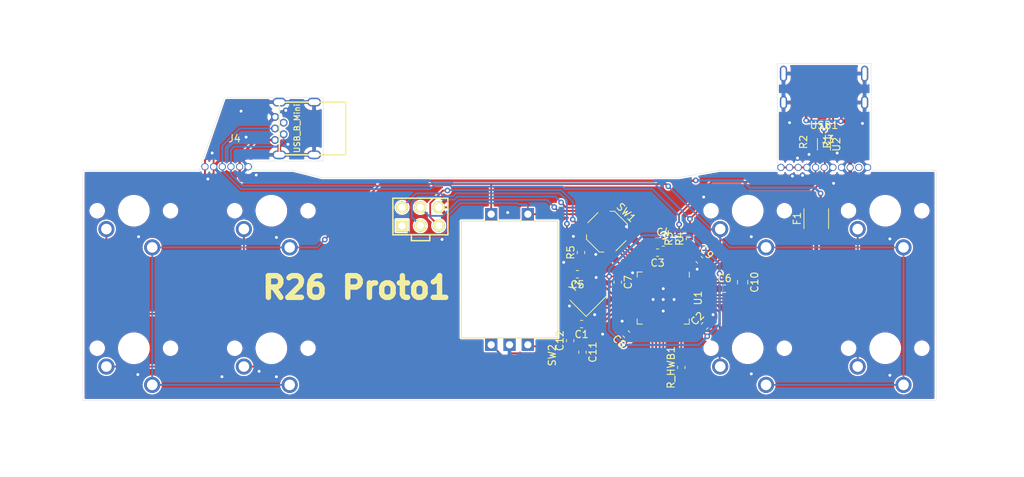
<source format=kicad_pcb>
(kicad_pcb (version 20171130) (host pcbnew "(5.1.6)-1")
  (layers (0 F.Cu signal) (31 B.Cu signal) (34 B.Paste user) (35 F.Paste user) (36 B.SilkS user) (37 F.SilkS user) (38 B.Mask user) (39 F.Mask user) (44 Edge.Cuts user))
  (net 0 "")
  (net 1 GND)
  (net 2 Knob_B)
  (net 3 Knob_A)
  (net 4 "Net-(C1-Pad1)")
  (net 5 "Net-(C5-Pad1)")
  (net 6 "Net-(C6-Pad1)")
  (net 7 "Net-(R1-Pad2)")
  (net 8 "Net-(R2-Pad2)")
  (net 9 Reset)
  (net 10 "Net-(USB1-Pad9)")
  (net 11 "Net-(USB1-Pad3)")
  (net 12 HWB)
  (net 13 VCC)
  (net 14 USB_CAP)
  (net 15 USB_D+)
  (net 16 USB_D_R+)
  (net 17 USB_D-)
  (net 18 USB_D_R-)
  (net 19 R_1)
  (net 20 C_3)
  (net 21 C_8)
  (net 22 C_4)
  (net 23 C_6)
  (net 24 C_2)
  (net 25 C_1)
  (net 26 C_5)
  (net 27 C_7)
  (net 28 C_9)
  (net 29 "Net-(R3-Pad1)")
  (net 30 "Net-(R4-Pad1)")
  (net 31 MOSI)
  (net 32 SCK)
  (net 33 "Net-(U1-Pad37)")
  (net 34 "Net-(U1-Pad36)")
  (net 35 "Net-(U1-Pad32)")
  (net 36 "Net-(U1-Pad31)")
  (net 37 "Net-(U1-Pad30)")
  (net 38 "Net-(U1-Pad29)")
  (net 39 "Net-(U1-Pad22)")
  (net 40 "Net-(U1-Pad21)")
  (net 41 "Net-(U1-Pad20)")
  (net 42 "Net-(U1-Pad12)")
  (net 43 "Net-(U1-Pad8)")
  (net 44 "Net-(U1-Pad1)")
  (net 45 "Net-(J2-Pad4)")
  (net 46 VCC_USB)
  (module Pikatea:Breakaway-Throughole-R26_2 (layer F.Cu) (at 92.7 94.5)
    (fp_text reference J4 (at 0.6 -3.9) (layer F.SilkS))
    (fp_text value Conn_01x04_Male)
    (pad 1 thru_hole circle (at -3.5 0) (size 1 1) (drill 0.75) (layers *.Cu *.Mask) (net 1 GND))
    (pad 1 thru_hole circle (at -2.3 0) (size 1 1) (drill 0.75) (layers *.Cu *.Mask) (net 1 GND))
    (pad 2 thru_hole circle (at -1.1 0) (size 1 1) (drill 0.75) (layers *.Cu *.Mask) (net 16 USB_D_R+))
    (pad 1 thru_hole circle (at 2.5 0) (size 1 1) (drill 0.75) (layers *.Cu *.Mask) (net 1 GND))
    (pad 4 thru_hole circle (at 1.3 0) (size 1 1) (drill 0.75) (layers *.Cu *.Mask) (net 46 VCC_USB))
    (pad 3 thru_hole circle (at 0.1 0) (size 1 1) (drill 0.75) (layers *.Cu *.Mask) (net 18 USB_D_R-))
  )
  (module Pikatea:Breakaway-Throughole-R26 (layer F.Cu) (at 174.9 94.6)
    (fp_text reference J3 (at 0.6 -3.9) (layer F.SilkS))
    (fp_text value Conn_01x04_Male)
    (pad 1 thru_hole circle (at 6.1 0) (size 1 1) (drill 0.75) (layers *.Cu *.Mask) (net 1 GND))
    (pad 1 thru_hole circle (at -5.9 0) (size 1 1) (drill 0.75) (layers *.Cu *.Mask) (net 1 GND))
    (pad 1 thru_hole circle (at -4.7 0) (size 1 1) (drill 0.75) (layers *.Cu *.Mask) (net 1 GND))
    (pad 1 thru_hole circle (at -3.5 0) (size 1 1) (drill 0.75) (layers *.Cu *.Mask) (net 1 GND))
    (pad 1 thru_hole circle (at -2.3 0) (size 1 1) (drill 0.75) (layers *.Cu *.Mask) (net 1 GND))
    (pad 2 thru_hole circle (at -1.1 0) (size 1 1) (drill 0.75) (layers *.Cu *.Mask) (net 16 USB_D_R+))
    (pad 4 thru_hole circle (at 4.9 0) (size 1 1) (drill 0.75) (layers *.Cu *.Mask) (net 46 VCC_USB))
    (pad 4 thru_hole circle (at 3.7 0) (size 1 1) (drill 0.75) (layers *.Cu *.Mask) (net 46 VCC_USB))
    (pad 1 thru_hole circle (at 2.5 0) (size 1 1) (drill 0.75) (layers *.Cu *.Mask) (net 1 GND))
    (pad 1 thru_hole circle (at 1.3 0) (size 1 1) (drill 0.75) (layers *.Cu *.Mask) (net 1 GND))
    (pad 3 thru_hole circle (at 0.1 0) (size 1 1) (drill 0.75) (layers *.Cu *.Mask) (net 18 USB_D_R-))
  )
  (module keyboard_parts:AVR_ICSP_3x2 (layer F.Cu) (at 119.05 101.4)
    (fp_text reference J1 hide)
    (fp_text value AVR-ISP-6 hide)
    (pad 6 thru_hole circle (at 2.54 -1.27) (size 1.7 1.7) (drill 1.016) (layers *.Cu *.Mask F.SilkS) (net 1 GND))
    (pad 5 thru_hole circle (at 2.54 1.27) (size 1.7 1.7) (drill 1.016) (layers *.Cu *.Mask F.SilkS) (net 9 Reset))
    (pad 4 thru_hole circle (at 0 -1.27) (size 1.7 1.7) (drill 1.016) (layers *.Cu *.Mask F.SilkS) (net 31 MOSI))
    (pad 3 thru_hole circle (at 0 1.27) (size 1.7 1.7) (drill 1.016) (layers *.Cu *.Mask F.SilkS) (net 32 SCK))
    (pad 2 thru_hole circle (at -2.54 -1.27) (size 1.7 1.7) (drill 1.016) (layers *.Cu *.Mask F.SilkS) (net 13 VCC))
    (pad 1 thru_hole rect (at -2.54 1.27) (size 1.7 1.7) (drill 1.016) (layers *.Cu *.Mask F.SilkS) (net 26 C_5))
  )
  (module Button_Switch_SMD:SW_SPST_TL3342 (layer F.Cu) (at 144.9 103.5 315)
    (fp_text reference SW1 (at 0 -3.75 135) (layer F.SilkS))
    (fp_text value SW_DPST)
    (pad 2 smd rect (at 3.15 1.9 315) (size 1.7 1) (layers F.Cu F.Paste F.Mask) (net 9 Reset))
    (pad 2 smd rect (at -3.15 1.9 315) (size 1.7 1) (layers F.Cu F.Paste F.Mask) (net 9 Reset))
    (pad 1 smd rect (at 3.15 -1.9 315) (size 1.7 1) (layers F.Cu F.Paste F.Mask) (net 1 GND))
    (pad 1 smd rect (at -3.15 -1.9 315) (size 1.7 1) (layers F.Cu F.Paste F.Mask) (net 1 GND))
  )
  (module Resistor_SMD:R_0603_1608Metric (layer F.Cu) (at 141.3 106.3875 90)
    (fp_text reference R5 (at 0 -1.43 90) (layer F.SilkS))
    (fp_text value 10K)
    (pad 2 smd roundrect (at 0.7875 0 90) (size 0.875 0.95) (layers F.Cu F.Paste F.Mask) (net 9 Reset))
    (pad 1 smd roundrect (at -0.7875 0 90) (size 0.875 0.95) (layers F.Cu F.Paste F.Mask) (net 13 VCC))
  )
  (module "usb_mini:USB-Mini-B_ LCSC-C46398" (layer F.Cu) (at 99.5 89.2 90)
    (fp_text reference J2 hide)
    (fp_text value USB_B_Mini (at 0.02 2.46 90) (layer F.SilkS) (effects (font (size 0.8 0.8))))
    (pad 6 thru_hole oval (at 3.65 0 90) (size 1.2 1.9) (drill oval 0.8 1.5) (layers *.Cu *.Mask) (net 1 GND))
    (pad 6 thru_hole oval (at -3.65 0 90) (size 1.2 1.9) (drill oval 0.8 1.5) (layers *.Cu *.Mask) (net 1 GND))
    (pad 1 thru_hole circle (at -1.6 -0.6 90) (size 1.1 1.1) (drill 0.7) (layers *.Cu *.Mask) (net 46 VCC_USB))
    (pad 2 thru_hole circle (at -0.8 0.6 90) (size 1.1 1.1) (drill 0.7) (layers *.Cu *.Mask) (net 18 USB_D_R-))
    (pad 3 thru_hole circle (at 0 -0.6 90) (size 1.1 1.1) (drill 0.7) (layers *.Cu *.Mask) (net 16 USB_D_R+))
    (pad 4 thru_hole circle (at 0.8 0.6 90) (size 1.1 1.1) (drill 0.7) (layers *.Cu *.Mask) (net 45 "Net-(J2-Pad4)"))
    (pad 5 thru_hole circle (at 1.6 -0.6 90) (size 1.1 1.1) (drill 0.7) (layers *.Cu *.Mask) (net 1 GND))
    (pad 6 thru_hole oval (at -3.65 4.82 90) (size 1.2 1.9) (drill oval 0.8 1.5) (layers *.Cu *.Mask) (net 1 GND))
    (pad 6 thru_hole oval (at 3.65 4.82 90) (size 1.2 1.9) (drill oval 0.8 1.5) (layers *.Cu *.Mask) (net 1 GND))
  )
  (module Crystal:Crystal_SMD_SeikoEpson_FA238-4Pin_3.2x2.5mm (layer F.Cu) (at 142.3 112.7 45)
    (fp_text reference Y1 (at 0 -2.45 45) (layer F.SilkS))
    (fp_text value 16MHz)
    (pad 4 smd rect (at -1.1 -0.8 45) (size 1.4 1.2) (layers F.Cu F.Paste F.Mask) (net 1 GND))
    (pad 3 smd rect (at 1.1 -0.8 45) (size 1.4 1.2) (layers F.Cu F.Paste F.Mask) (net 5 "Net-(C5-Pad1)"))
    (pad 2 smd rect (at 1.1 0.8 45) (size 1.4 1.2) (layers F.Cu F.Paste F.Mask) (net 1 GND))
    (pad 1 smd rect (at -1.1 0.8 45) (size 1.4 1.2) (layers F.Cu F.Paste F.Mask) (net 4 "Net-(C1-Pad1)"))
  )
  (module Type-C:HRO-TYPE-C-31-M-13 (layer F.Cu) (at 174.98 79.5 180)
    (fp_text reference USB1 (at 0 -9.25) (layer F.SilkS))
    (fp_text value HRO-TYPE-C-31-M-12)
    (pad 13 thru_hole oval (at 5.62 -2.1 180) (size 1 2.2) (drill oval 0.6 1.8) (layers *.Cu *.Mask) (net 1 GND))
    (pad 13 thru_hole oval (at -5.62 -2.1 180) (size 1 2.2) (drill oval 0.6 1.8) (layers *.Cu *.Mask) (net 1 GND))
    (pad 13 thru_hole oval (at 5.62 -6.1 180) (size 1 1.8) (drill oval 0.6 1.4) (layers *.Cu *.Mask) (net 1 GND))
    (pad 13 thru_hole oval (at -5.62 -6.1 180) (size 1 1.8) (drill oval 0.6 1.4) (layers *.Cu *.Mask) (net 1 GND))
    (pad 6 smd rect (at -0.25 -7.4 180) (size 0.3 1.15) (layers F.Cu F.Paste F.Mask) (net 15 USB_D+))
    (pad 7 smd rect (at 0.25 -7.4 180) (size 0.3 1.15) (layers F.Cu F.Paste F.Mask) (net 17 USB_D-))
    (pad 8 smd rect (at 0.75 -7.4 180) (size 0.3 1.15) (layers F.Cu F.Paste F.Mask) (net 15 USB_D+))
    (pad 5 smd rect (at -0.75 -7.4 180) (size 0.3 1.15) (layers F.Cu F.Paste F.Mask) (net 17 USB_D-))
    (pad 9 smd rect (at 1.25 -7.4 180) (size 0.3 1.15) (layers F.Cu F.Paste F.Mask) (net 10 "Net-(USB1-Pad9)"))
    (pad 4 smd rect (at -1.25 -7.4 180) (size 0.3 1.15) (layers F.Cu F.Paste F.Mask) (net 7 "Net-(R1-Pad2)"))
    (pad 10 smd rect (at 1.75 -7.4 180) (size 0.3 1.15) (layers F.Cu F.Paste F.Mask) (net 8 "Net-(R2-Pad2)"))
    (pad 3 smd rect (at -1.75 -7.4 180) (size 0.3 1.15) (layers F.Cu F.Paste F.Mask) (net 11 "Net-(USB1-Pad3)"))
    (pad 2 smd rect (at -2.4 -7.4 180) (size 0.6 1.15) (layers F.Cu F.Paste F.Mask) (net 46 VCC_USB))
    (pad 11 smd rect (at 2.4 -7.4 180) (size 0.6 1.15) (layers F.Cu F.Paste F.Mask) (net 46 VCC_USB))
    (pad 1 smd rect (at -3.2 -7.4 180) (size 0.6 1.15) (layers F.Cu F.Paste F.Mask) (net 1 GND))
    (pad 12 smd rect (at 3.2 -7.4 180) (size 0.6 1.15) (layers F.Cu F.Paste F.Mask) (net 1 GND))
  )
  (module Package_TO_SOT_SMD:SOT-666 (layer F.Cu) (at 174.9625 91.4 270)
    (fp_text reference U2 (at 0 -1.75 90) (layer F.SilkS))
    (fp_text value USBLC6-2P6)
    (pad 6 smd rect (at 0.85 -0.5375 270) (size 0.5 0.375) (layers F.Cu F.Paste F.Mask) (net 18 USB_D_R-))
    (pad 4 smd rect (at 0.85 0.5375 270) (size 0.5 0.375) (layers F.Cu F.Paste F.Mask) (net 16 USB_D_R+))
    (pad 2 smd rect (at -0.925 0 270) (size 0.65 0.3) (layers F.Cu F.Paste F.Mask) (net 46 VCC_USB))
    (pad 5 smd rect (at 0.925 0 270) (size 0.65 0.3) (layers F.Cu F.Paste F.Mask) (net 1 GND))
    (pad 3 smd rect (at -0.85 0.5375 270) (size 0.5 0.375) (layers F.Cu F.Paste F.Mask) (net 15 USB_D+))
    (pad 1 smd rect (at -0.85 -0.5375 270) (size 0.5 0.375) (layers F.Cu F.Paste F.Mask) (net 17 USB_D-))
  )
  (module Package_DFN_QFN:QFN-44-1EP_7x7mm_P0.5mm_EP5.15x5.15mm (layer F.Cu) (at 152.7 112.7 270)
    (fp_text reference U1 (at 0 -4.82 90) (layer F.SilkS))
    (fp_text value ATMEGA32U4-EP)
    (pad 45 smd rect (at 0 0 270) (size 5.15 5.15) (layers F.Cu F.Mask))
    (pad 44 smd roundrect (at -2.5 -3.4375 270) (size 0.25 0.875) (layers F.Cu F.Paste F.Mask) (net 13 VCC))
    (pad 43 smd roundrect (at -2 -3.4375 270) (size 0.25 0.875) (layers F.Cu F.Paste F.Mask) (net 1 GND))
    (pad 42 smd roundrect (at -1.5 -3.4375 270) (size 0.25 0.875) (layers F.Cu F.Paste F.Mask) (net 6 "Net-(C6-Pad1)"))
    (pad 41 smd roundrect (at -1 -3.4375 270) (size 0.25 0.875) (layers F.Cu F.Paste F.Mask) (net 20 C_3))
    (pad 40 smd roundrect (at -0.5 -3.4375 270) (size 0.25 0.875) (layers F.Cu F.Paste F.Mask) (net 22 C_4))
    (pad 39 smd roundrect (at 0 -3.4375 270) (size 0.25 0.875) (layers F.Cu F.Paste F.Mask) (net 28 C_9))
    (pad 38 smd roundrect (at 0.5 -3.4375 270) (size 0.25 0.875) (layers F.Cu F.Paste F.Mask) (net 21 C_8))
    (pad 37 smd roundrect (at 1 -3.4375 270) (size 0.25 0.875) (layers F.Cu F.Paste F.Mask) (net 33 "Net-(U1-Pad37)"))
    (pad 36 smd roundrect (at 1.5 -3.4375 270) (size 0.25 0.875) (layers F.Cu F.Paste F.Mask) (net 34 "Net-(U1-Pad36)"))
    (pad 35 smd roundrect (at 2 -3.4375 270) (size 0.25 0.875) (layers F.Cu F.Paste F.Mask) (net 1 GND))
    (pad 34 smd roundrect (at 2.5 -3.4375 270) (size 0.25 0.875) (layers F.Cu F.Paste F.Mask) (net 13 VCC))
    (pad 33 smd roundrect (at 3.4375 -2.5 270) (size 0.875 0.25) (layers F.Cu F.Paste F.Mask) (net 12 HWB))
    (pad 32 smd roundrect (at 3.4375 -2 270) (size 0.875 0.25) (layers F.Cu F.Paste F.Mask) (net 35 "Net-(U1-Pad32)"))
    (pad 31 smd roundrect (at 3.4375 -1.5 270) (size 0.875 0.25) (layers F.Cu F.Paste F.Mask) (net 36 "Net-(U1-Pad31)"))
    (pad 30 smd roundrect (at 3.4375 -1 270) (size 0.875 0.25) (layers F.Cu F.Paste F.Mask) (net 37 "Net-(U1-Pad30)"))
    (pad 29 smd roundrect (at 3.4375 -0.5 270) (size 0.875 0.25) (layers F.Cu F.Paste F.Mask) (net 38 "Net-(U1-Pad29)"))
    (pad 28 smd roundrect (at 3.4375 0 270) (size 0.875 0.25) (layers F.Cu F.Paste F.Mask) (net 23 C_6))
    (pad 27 smd roundrect (at 3.4375 0.5 270) (size 0.875 0.25) (layers F.Cu F.Paste F.Mask) (net 27 C_7))
    (pad 26 smd roundrect (at 3.4375 1 270) (size 0.875 0.25) (layers F.Cu F.Paste F.Mask) (net 25 C_1))
    (pad 25 smd roundrect (at 3.4375 1.5 270) (size 0.875 0.25) (layers F.Cu F.Paste F.Mask) (net 24 C_2))
    (pad 24 smd roundrect (at 3.4375 2 270) (size 0.875 0.25) (layers F.Cu F.Paste F.Mask) (net 13 VCC))
    (pad 23 smd roundrect (at 3.4375 2.5 270) (size 0.875 0.25) (layers F.Cu F.Paste F.Mask) (net 1 GND))
    (pad 22 smd roundrect (at 2.5 3.4375 270) (size 0.25 0.875) (layers F.Cu F.Paste F.Mask) (net 39 "Net-(U1-Pad22)"))
    (pad 21 smd roundrect (at 2 3.4375 270) (size 0.25 0.875) (layers F.Cu F.Paste F.Mask) (net 40 "Net-(U1-Pad21)"))
    (pad 20 smd roundrect (at 1.5 3.4375 270) (size 0.25 0.875) (layers F.Cu F.Paste F.Mask) (net 41 "Net-(U1-Pad20)"))
    (pad 19 smd roundrect (at 1 3.4375 270) (size 0.25 0.875) (layers F.Cu F.Paste F.Mask) (net 2 Knob_B))
    (pad 18 smd roundrect (at 0.5 3.4375 270) (size 0.25 0.875) (layers F.Cu F.Paste F.Mask) (net 3 Knob_A))
    (pad 17 smd roundrect (at 0 3.4375 270) (size 0.25 0.875) (layers F.Cu F.Paste F.Mask) (net 4 "Net-(C1-Pad1)"))
    (pad 16 smd roundrect (at -0.5 3.4375 270) (size 0.25 0.875) (layers F.Cu F.Paste F.Mask) (net 5 "Net-(C5-Pad1)"))
    (pad 15 smd roundrect (at -1 3.4375 270) (size 0.25 0.875) (layers F.Cu F.Paste F.Mask) (net 1 GND))
    (pad 14 smd roundrect (at -1.5 3.4375 270) (size 0.25 0.875) (layers F.Cu F.Paste F.Mask) (net 13 VCC))
    (pad 13 smd roundrect (at -2 3.4375 270) (size 0.25 0.875) (layers F.Cu F.Paste F.Mask) (net 9 Reset))
    (pad 12 smd roundrect (at -2.5 3.4375 270) (size 0.25 0.875) (layers F.Cu F.Paste F.Mask) (net 42 "Net-(U1-Pad12)"))
    (pad 11 smd roundrect (at -3.4375 2.5 270) (size 0.875 0.25) (layers F.Cu F.Paste F.Mask) (net 26 C_5))
    (pad 10 smd roundrect (at -3.4375 2 270) (size 0.875 0.25) (layers F.Cu F.Paste F.Mask) (net 31 MOSI))
    (pad 9 smd roundrect (at -3.4375 1.5 270) (size 0.875 0.25) (layers F.Cu F.Paste F.Mask) (net 32 SCK))
    (pad 8 smd roundrect (at -3.4375 1 270) (size 0.875 0.25) (layers F.Cu F.Paste F.Mask) (net 43 "Net-(U1-Pad8)"))
    (pad 7 smd roundrect (at -3.4375 0.5 270) (size 0.875 0.25) (layers F.Cu F.Paste F.Mask) (net 13 VCC))
    (pad 6 smd roundrect (at -3.4375 0 270) (size 0.875 0.25) (layers F.Cu F.Paste F.Mask) (net 14 USB_CAP))
    (pad 5 smd roundrect (at -3.4375 -0.5 270) (size 0.875 0.25) (layers F.Cu F.Paste F.Mask) (net 1 GND))
    (pad 4 smd roundrect (at -3.4375 -1 270) (size 0.875 0.25) (layers F.Cu F.Paste F.Mask) (net 29 "Net-(R3-Pad1)"))
    (pad 3 smd roundrect (at -3.4375 -1.5 270) (size 0.875 0.25) (layers F.Cu F.Paste F.Mask) (net 30 "Net-(R4-Pad1)"))
    (pad 2 smd roundrect (at -3.4375 -2 270) (size 0.875 0.25) (layers F.Cu F.Paste F.Mask) (net 13 VCC))
    (pad 1 smd roundrect (at -3.4375 -2.5 270) (size 0.875 0.25) (layers F.Cu F.Paste F.Mask) (net 44 "Net-(U1-Pad1)"))
  )
  (module "Pikatea Macropad Encoder Side Mount:Encoder-BI_EN11_HSM0E" (layer F.Cu) (at 131.4 110.125 90)
    (fp_text reference SW2 (at -10.5 5.9 90) (layer F.SilkS))
    (fp_text value Rotary_Encoder_Switch)
    (pad S1 thru_hole rect (at 9.05 -2.54 90) (size 1.7 1.7) (drill 1) (layers *.Cu *.Mask) (net 19 R_1))
    (pad S2 thru_hole rect (at 9.05 2.54 90) (size 1.7 1.7) (drill 1) (layers *.Cu *.Mask) (net 26 C_5))
    (pad C thru_hole rect (at -9.05 0 90) (size 1.7 1.7) (drill 1) (layers *.Cu *.Mask) (net 1 GND))
    (pad B thru_hole rect (at -9.05 -2.54 90) (size 1.7 1.7) (drill 1) (layers *.Cu *.Mask) (net 2 Knob_B))
    (pad A thru_hole rect (at -9.05 2.54 90) (size 1.7 1.7) (drill 1) (layers *.Cu *.Mask) (net 3 Knob_A))
  )
  (module Resistor_SMD:R_0603_1608Metric (layer F.Cu) (at 155.2 122.3125 90)
    (fp_text reference R_HWB1 (at 0 -1.43 90) (layer F.SilkS))
    (fp_text value 10k)
    (pad 2 smd roundrect (at 0.7875 0 90) (size 0.875 0.95) (layers F.Cu F.Paste F.Mask) (net 12 HWB))
    (pad 1 smd roundrect (at -0.7875 0 90) (size 0.875 0.95) (layers F.Cu F.Paste F.Mask) (net 1 GND))
  )
  (module Resistor_SMD:R_0603_1608Metric (layer F.Cu) (at 156.4 104.4875 90)
    (fp_text reference R4 (at 0 -1.43 90) (layer F.SilkS))
    (fp_text value 22)
    (pad 2 smd roundrect (at 0.7875 0 90) (size 0.875 0.95) (layers F.Cu F.Paste F.Mask) (net 18 USB_D_R-))
    (pad 1 smd roundrect (at -0.7875 0 90) (size 0.875 0.95) (layers F.Cu F.Paste F.Mask) (net 30 "Net-(R4-Pad1)"))
  )
  (module Resistor_SMD:R_0603_1608Metric (layer F.Cu) (at 154.9 104.4875 90)
    (fp_text reference R3 (at 0 -1.43 90) (layer F.SilkS))
    (fp_text value 22)
    (pad 2 smd roundrect (at 0.7875 0 90) (size 0.875 0.95) (layers F.Cu F.Paste F.Mask) (net 16 USB_D_R+))
    (pad 1 smd roundrect (at -0.7875 0 90) (size 0.875 0.95) (layers F.Cu F.Paste F.Mask) (net 29 "Net-(R3-Pad1)"))
  )
  (module Resistor_SMD:R_0402_1005Metric (layer F.Cu) (at 173.3 91.085 90)
    (fp_text reference R2 (at 0 -1.17 90) (layer F.SilkS))
    (fp_text value 5.1K)
    (pad 2 smd roundrect (at 0.485 0 90) (size 0.59 0.64) (layers F.Cu F.Paste F.Mask) (net 8 "Net-(R2-Pad2)"))
    (pad 1 smd roundrect (at -0.485 0 90) (size 0.59 0.64) (layers F.Cu F.Paste F.Mask) (net 1 GND))
  )
  (module Resistor_SMD:R_0402_1005Metric (layer F.Cu) (at 176.6 91.015 90)
    (fp_text reference R1 (at 0 -1.17 90) (layer F.SilkS))
    (fp_text value 5.1K)
    (pad 2 smd roundrect (at 0.485 0 90) (size 0.59 0.64) (layers F.Cu F.Paste F.Mask) (net 7 "Net-(R1-Pad2)"))
    (pad 1 smd roundrect (at -0.485 0 90) (size 0.59 0.64) (layers F.Cu F.Paste F.Mask) (net 1 GND))
  )
  (module MX_Only:MXOnly-1U-NoLED (layer B.Cu) (at 183.45 100.6)
    (fp_text reference MX_8)
    (fp_text value MX-LED)
    (pad 2 thru_hole circle (at 2.54 5.08) (size 2.25 2.25) (drill 1.47) (layers *.Cu F.Mask) (net 19 R_1))
    (pad "" np_thru_hole circle (at 0 0) (size 3.9878 3.9878) (drill 3.9878) (layers *.Cu *.Mask))
    (pad 1 thru_hole circle (at -3.81 2.54) (size 2.25 2.25) (drill 1.47) (layers *.Cu F.Mask) (net 22 C_4))
    (pad "" np_thru_hole circle (at -5.08 0 311.9004) (size 1.75 1.75) (drill 1.75) (layers *.Cu *.Mask))
    (pad "" np_thru_hole circle (at 5.08 0 311.9004) (size 1.75 1.75) (drill 1.75) (layers *.Cu *.Mask))
  )
  (module MX_Only:MXOnly-1U-NoLED (layer B.Cu) (at 164.4 100.6)
    (fp_text reference MX_7)
    (fp_text value MX-LED)
    (pad 2 thru_hole circle (at 2.54 5.08) (size 2.25 2.25) (drill 1.47) (layers *.Cu F.Mask) (net 19 R_1))
    (pad "" np_thru_hole circle (at 0 0) (size 3.9878 3.9878) (drill 3.9878) (layers *.Cu *.Mask))
    (pad 1 thru_hole circle (at -3.81 2.54) (size 2.25 2.25) (drill 1.47) (layers *.Cu F.Mask) (net 20 C_3))
    (pad "" np_thru_hole circle (at -5.08 0 311.9004) (size 1.75 1.75) (drill 1.75) (layers *.Cu *.Mask))
    (pad "" np_thru_hole circle (at 5.08 0 311.9004) (size 1.75 1.75) (drill 1.75) (layers *.Cu *.Mask))
  )
  (module MX_Only:MXOnly-1U-NoLED (layer B.Cu) (at 164.4 119.65)
    (fp_text reference MX_6)
    (fp_text value MX-LED)
    (pad 2 thru_hole circle (at 2.54 5.08) (size 2.25 2.25) (drill 1.47) (layers *.Cu F.Mask) (net 19 R_1))
    (pad "" np_thru_hole circle (at 0 0) (size 3.9878 3.9878) (drill 3.9878) (layers *.Cu *.Mask))
    (pad 1 thru_hole circle (at -3.81 2.54) (size 2.25 2.25) (drill 1.47) (layers *.Cu F.Mask) (net 21 C_8))
    (pad "" np_thru_hole circle (at -5.08 0 311.9004) (size 1.75 1.75) (drill 1.75) (layers *.Cu *.Mask))
    (pad "" np_thru_hole circle (at 5.08 0 311.9004) (size 1.75 1.75) (drill 1.75) (layers *.Cu *.Mask))
  )
  (module MX_Only:MXOnly-1U-NoLED (layer B.Cu) (at 98.4 119.65)
    (fp_text reference MX_5)
    (fp_text value MX-LED)
    (pad 2 thru_hole circle (at 2.54 5.08) (size 2.25 2.25) (drill 1.47) (layers *.Cu F.Mask) (net 19 R_1))
    (pad "" np_thru_hole circle (at 0 0) (size 3.9878 3.9878) (drill 3.9878) (layers *.Cu *.Mask))
    (pad 1 thru_hole circle (at -3.81 2.54) (size 2.25 2.25) (drill 1.47) (layers *.Cu F.Mask) (net 27 C_7))
    (pad "" np_thru_hole circle (at -5.08 0 311.9004) (size 1.75 1.75) (drill 1.75) (layers *.Cu *.Mask))
    (pad "" np_thru_hole circle (at 5.08 0 311.9004) (size 1.75 1.75) (drill 1.75) (layers *.Cu *.Mask))
  )
  (module MX_Only:MXOnly-1U-NoLED (layer B.Cu) (at 98.4 100.6)
    (fp_text reference MX_4)
    (fp_text value MX-LED)
    (pad 2 thru_hole circle (at 2.54 5.08) (size 2.25 2.25) (drill 1.47) (layers *.Cu F.Mask) (net 19 R_1))
    (pad "" np_thru_hole circle (at 0 0) (size 3.9878 3.9878) (drill 3.9878) (layers *.Cu *.Mask))
    (pad 1 thru_hole circle (at -3.81 2.54) (size 2.25 2.25) (drill 1.47) (layers *.Cu F.Mask) (net 24 C_2))
    (pad "" np_thru_hole circle (at -5.08 0 311.9004) (size 1.75 1.75) (drill 1.75) (layers *.Cu *.Mask))
    (pad "" np_thru_hole circle (at 5.08 0 311.9004) (size 1.75 1.75) (drill 1.75) (layers *.Cu *.Mask))
  )
  (module MX_Only:MXOnly-1U-NoLED (layer B.Cu) (at 79.35 119.65)
    (fp_text reference MX_3)
    (fp_text value MX-LED)
    (pad "" np_thru_hole circle (at 5.08 0 311.9004) (size 1.75 1.75) (drill 1.75) (layers *.Cu *.Mask))
    (pad "" np_thru_hole circle (at -5.08 0 311.9004) (size 1.75 1.75) (drill 1.75) (layers *.Cu *.Mask))
    (pad 1 thru_hole circle (at -3.81 2.54) (size 2.25 2.25) (drill 1.47) (layers *.Cu F.Mask) (net 23 C_6))
    (pad "" np_thru_hole circle (at 0 0) (size 3.9878 3.9878) (drill 3.9878) (layers *.Cu *.Mask))
    (pad 2 thru_hole circle (at 2.54 5.08) (size 2.25 2.25) (drill 1.47) (layers *.Cu F.Mask) (net 19 R_1))
  )
  (module MX_Only:MXOnly-1U-NoLED (layer B.Cu) (at 79.35 100.6)
    (fp_text reference MX_2)
    (fp_text value MX-LED)
    (pad 2 thru_hole circle (at 2.54 5.08) (size 2.25 2.25) (drill 1.47) (layers *.Cu F.Mask) (net 19 R_1))
    (pad "" np_thru_hole circle (at 0 0) (size 3.9878 3.9878) (drill 3.9878) (layers *.Cu *.Mask))
    (pad 1 thru_hole circle (at -3.81 2.54) (size 2.25 2.25) (drill 1.47) (layers *.Cu F.Mask) (net 25 C_1))
    (pad "" np_thru_hole circle (at -5.08 0 311.9004) (size 1.75 1.75) (drill 1.75) (layers *.Cu *.Mask))
    (pad "" np_thru_hole circle (at 5.08 0 311.9004) (size 1.75 1.75) (drill 1.75) (layers *.Cu *.Mask))
  )
  (module MX_Only:MXOnly-1U-NoLED (layer B.Cu) (at 183.45 119.65)
    (fp_text reference MX_1)
    (fp_text value MX-LED)
    (pad 2 thru_hole circle (at 2.54 5.08) (size 2.25 2.25) (drill 1.47) (layers *.Cu F.Mask) (net 19 R_1))
    (pad "" np_thru_hole circle (at 0 0) (size 3.9878 3.9878) (drill 3.9878) (layers *.Cu *.Mask))
    (pad 1 thru_hole circle (at -3.81 2.54) (size 2.25 2.25) (drill 1.47) (layers *.Cu F.Mask) (net 28 C_9))
    (pad "" np_thru_hole circle (at -5.08 0 311.9004) (size 1.75 1.75) (drill 1.75) (layers *.Cu *.Mask))
    (pad "" np_thru_hole circle (at 5.08 0 311.9004) (size 1.75 1.75) (drill 1.75) (layers *.Cu *.Mask))
  )
  (module Fuse:Fuse_1812_4532Metric (layer F.Cu) (at 173.9 101.7 90)
    (fp_text reference F1 (at 0 -2.65 90) (layer F.SilkS))
    (fp_text value Polyfuse)
    (pad 2 smd roundrect (at 2.1375 0 90) (size 1.125 3.4) (layers F.Cu F.Paste F.Mask) (roundrect_rratio 0.222222) (net 46 VCC_USB))
    (pad 1 smd roundrect (at -2.1375 0 90) (size 1.125 3.4) (layers F.Cu F.Paste F.Mask) (roundrect_rratio 0.222222) (net 13 VCC))
  )
  (module Capacitor_SMD:C_0603_1608Metric (layer F.Cu) (at 139.8 118.6 90)
    (fp_text reference C12 (at 0 -1.43 90) (layer F.SilkS))
    (fp_text value 0u1)
    (pad 2 smd roundrect (at 0.7875 0 90) (size 0.875 0.95) (layers F.Cu F.Paste F.Mask) (net 1 GND))
    (pad 1 smd roundrect (at -0.7875 0 90) (size 0.875 0.95) (layers F.Cu F.Paste F.Mask) (net 3 Knob_A))
  )
  (module Capacitor_SMD:C_0603_1608Metric (layer F.Cu) (at 141.5 120.2 270)
    (fp_text reference C11 (at 0 -1.43 90) (layer F.SilkS))
    (fp_text value 0u1)
    (pad 2 smd roundrect (at 0.7875 0 270) (size 0.875 0.95) (layers F.Cu F.Paste F.Mask) (net 2 Knob_B))
    (pad 1 smd roundrect (at -0.7875 0 270) (size 0.875 0.95) (layers F.Cu F.Paste F.Mask) (net 1 GND))
  )
  (module Capacitor_SMD:C_0805_2012Metric (layer F.Cu) (at 163.7 110.5 270)
    (fp_text reference C10 (at 0 -1.65 90) (layer F.SilkS))
    (fp_text value 4u7)
    (pad 2 smd roundrect (at 0.9375 0 270) (size 0.975 1.4) (layers F.Cu F.Paste F.Mask) (net 1 GND))
    (pad 1 smd roundrect (at -0.9375 0 270) (size 0.975 1.4) (layers F.Cu F.Paste F.Mask) (net 13 VCC))
  )
  (module Capacitor_SMD:C_0603_1608Metric (layer F.Cu) (at 157.7 107.3875 315)
    (fp_text reference C9 (at 0 -1.43 135) (layer F.SilkS))
    (fp_text value 0u1)
    (pad 2 smd roundrect (at 0.7875 0 315) (size 0.875 0.95) (layers F.Cu F.Paste F.Mask) (net 1 GND))
    (pad 1 smd roundrect (at -0.7875 0 315) (size 0.875 0.95) (layers F.Cu F.Paste F.Mask) (net 13 VCC))
  )
  (module Capacitor_SMD:C_0603_1608Metric (layer F.Cu) (at 147.6 117.7 135)
    (fp_text reference C8 (at 0 -1.43 135) (layer F.SilkS))
    (fp_text value 0u1)
    (pad 2 smd roundrect (at 0.7875 0 135) (size 0.875 0.95) (layers F.Cu F.Paste F.Mask) (net 1 GND))
    (pad 1 smd roundrect (at -0.7875 0 135) (size 0.875 0.95) (layers F.Cu F.Paste F.Mask) (net 13 VCC))
  )
  (module Capacitor_SMD:C_0603_1608Metric (layer F.Cu) (at 146.4 110.5 270)
    (fp_text reference C7 (at 0 -1.43 90) (layer F.SilkS))
    (fp_text value 0u1)
    (pad 2 smd roundrect (at 0.7875 0 270) (size 0.875 0.95) (layers F.Cu F.Paste F.Mask) (net 1 GND))
    (pad 1 smd roundrect (at -0.7875 0 270) (size 0.875 0.95) (layers F.Cu F.Paste F.Mask) (net 13 VCC))
  )
  (module Capacitor_SMD:C_0603_1608Metric (layer F.Cu) (at 161.2 111.4)
    (fp_text reference C6 (at 0 -1.43) (layer F.SilkS))
    (fp_text value 0u1)
    (pad 2 smd roundrect (at 0.7875 0) (size 0.875 0.95) (layers F.Cu F.Paste F.Mask) (net 1 GND))
    (pad 1 smd roundrect (at -0.7875 0) (size 0.875 0.95) (layers F.Cu F.Paste F.Mask) (net 6 "Net-(C6-Pad1)"))
  )
  (module Capacitor_SMD:C_0603_1608Metric (layer F.Cu) (at 140.8 109.4 180)
    (fp_text reference C5 (at 0 -1.43) (layer F.SilkS))
    (fp_text value 22p)
    (pad 2 smd roundrect (at 0.7875 0 180) (size 0.875 0.95) (layers F.Cu F.Paste F.Mask) (net 1 GND))
    (pad 1 smd roundrect (at -0.7875 0 180) (size 0.875 0.95) (layers F.Cu F.Paste F.Mask) (net 5 "Net-(C5-Pad1)"))
  )
  (module Capacitor_SMD:C_0603_1608Metric (layer F.Cu) (at 152.7125 105)
    (fp_text reference C4 (at 0 -1.43) (layer F.SilkS))
    (fp_text value 0u1)
    (pad 2 smd roundrect (at 0.7875 0) (size 0.875 0.95) (layers F.Cu F.Paste F.Mask) (net 1 GND))
    (pad 1 smd roundrect (at -0.7875 0) (size 0.875 0.95) (layers F.Cu F.Paste F.Mask) (net 13 VCC))
  )
  (module Capacitor_SMD:C_0603_1608Metric (layer F.Cu) (at 151.9125 106.4 180)
    (fp_text reference C3 (at 0 -1.43) (layer F.SilkS))
    (fp_text value 1u)
    (pad 2 smd roundrect (at 0.7875 0 180) (size 0.875 0.95) (layers F.Cu F.Paste F.Mask) (net 1 GND))
    (pad 1 smd roundrect (at -0.7875 0 180) (size 0.875 0.95) (layers F.Cu F.Paste F.Mask) (net 14 USB_CAP))
  )
  (module Capacitor_SMD:C_0603_1608Metric (layer F.Cu) (at 158.443153 116.556847 45)
    (fp_text reference C2 (at 0 -1.43 45) (layer F.SilkS))
    (fp_text value 0u1)
    (pad 2 smd roundrect (at 0.7875 0 45) (size 0.875 0.95) (layers F.Cu F.Paste F.Mask) (net 1 GND))
    (pad 1 smd roundrect (at -0.7875 0 45) (size 0.875 0.95) (layers F.Cu F.Paste F.Mask) (net 13 VCC))
  )
  (module Capacitor_SMD:C_0603_1608Metric (layer F.Cu) (at 141.3875 116.3 180)
    (fp_text reference C1 (at 0 -1.43) (layer F.SilkS))
    (fp_text value 22p)
    (pad 2 smd roundrect (at 0.7875 0 180) (size 0.875 0.95) (layers F.Cu F.Paste F.Mask) (net 1 GND))
    (pad 1 smd roundrect (at -0.7875 0 180) (size 0.875 0.95) (layers F.Cu F.Paste F.Mask) (net 4 "Net-(C1-Pad1)"))
  )
  (gr_text "R26 Proto1" (at 110.2 111.25) (layer F.SilkS) (effects (font (size 3 3) (thickness 0.75))))
  (gr_line (start 101.4 95) (end 105.4 96) (layer Edge.Cuts) (width 0.05))
  (gr_line (start 101.4 95) (end 95.8 95) (layer Edge.Cuts) (width 0.05))
  (gr_line (start 154.9 96) (end 160.5 95) (layer Edge.Cuts) (width 0.05))
  (gr_line (start 105.4 96) (end 154.9 96) (layer Edge.Cuts) (width 0.05))
  (gr_line (start 124.7 102) (end 124.7 118.2) (layer Edge.Cuts) (width 0.05))
  (gr_line (start 138.1 102) (end 124.7 102) (layer Edge.Cuts) (width 0.05))
  (gr_line (start 138.1 118.2) (end 138.1 102) (layer Edge.Cuts) (width 0.05))
  (gr_line (start 124.7 118.2) (end 138.1 118.2) (layer Edge.Cuts) (width 0.05))
  (gr_line (start 91.9 84.9) (end 88.4 95) (layer Edge.Cuts) (width 0.05))
  (gr_line (start 88.4 95) (end 72.3 95) (layer Edge.Cuts) (width 0.05))
  (gr_line (start 190.5 95) (end 190.5 126.9) (layer Edge.Cuts) (width 0.05))
  (gr_line (start 181.5 95) (end 190.5 95) (layer Edge.Cuts) (width 0.05))
  (gr_line (start 181.5 80.2) (end 181.5 95) (layer Edge.Cuts) (width 0.05))
  (gr_line (start 168.5 80.2) (end 181.5 80.2) (layer Edge.Cuts) (width 0.05))
  (gr_line (start 168.5 95) (end 168.5 80.2) (layer Edge.Cuts) (width 0.05))
  (gr_line (start 160.5 95) (end 168.5 95) (layer Edge.Cuts) (width 0.05))
  (gr_line (start 95.8 93.7) (end 95.8 95) (layer Edge.Cuts) (width 0.05))
  (gr_line (start 105.6 93.7) (end 95.8 93.7) (layer Edge.Cuts) (width 0.05))
  (gr_line (start 105.6 84.9) (end 105.6 93.7) (layer Edge.Cuts) (width 0.05))
  (gr_line (start 105.6 84.9) (end 91.9 84.9) (layer Edge.Cuts) (width 0.05))
  (gr_line (start 72.3 126.9) (end 72.3 95) (layer Edge.Cuts) (width 0.05))
  (gr_line (start 190.5 126.9) (end 72.3 126.9) (layer Edge.Cuts) (width 0.05))
  (segment (start 171.8 86.92) (end 171.78 86.9) (width 0.254) (layer F.Cu) (net 1))
  (segment (start 140.0125 111.968135) (end 140.956497 112.912132) (width 0.254) (layer F.Cu) (net 1))
  (segment (start 140.0125 109.4) (end 140.0125 111.968135) (width 0.254) (layer F.Cu) (net 1))
  (segment (start 140.6 113.268629) (end 140.6 116.3) (width 0.254) (layer F.Cu) (net 1))
  (segment (start 140.956497 112.912132) (end 140.6 113.268629) (width 0.254) (layer F.Cu) (net 1))
  (segment (start 141.262683 112.605946) (end 140.956497 112.912132) (width 0.254) (layer F.Cu) (net 1))
  (segment (start 143.525425 112.605946) (end 141.262683 112.605946) (width 0.254) (layer F.Cu) (net 1))
  (segment (start 143.643503 112.487868) (end 143.525425 112.605946) (width 0.254) (layer F.Cu) (net 1))
  (segment (start 153.530201 103.649503) (end 153.150497 103.269799) (width 0.254) (layer F.Cu) (net 1))
  (segment (start 153.150497 103.269799) (end 151.630201 103.269799) (width 0.254) (layer F.Cu) (net 1))
  (segment (start 153.5 105) (end 153.530201 104.969799) (width 0.254) (layer F.Cu) (net 1))
  (segment (start 153.530201 104.969799) (end 153.530201 103.649503) (width 0.254) (layer F.Cu) (net 1))
  (segment (start 151.15729 106.36771) (end 151.125 106.4) (width 0.254) (layer F.Cu) (net 1))
  (segment (start 151.15729 103.74271) (end 151.15729 106.36771) (width 0.254) (layer F.Cu) (net 1))
  (segment (start 151.630201 103.269799) (end 151.15729 103.74271) (width 0.254) (layer F.Cu) (net 1))
  (segment (start 146.4 111.2875) (end 146.8875 111.2875) (width 0.254) (layer F.Cu) (net 1))
  (segment (start 147.3 111.7) (end 149.2625 111.7) (width 0.254) (layer F.Cu) (net 1))
  (segment (start 146.8875 111.2875) (end 147.3 111.7) (width 0.254) (layer F.Cu) (net 1))
  (segment (start 148.048806 116.1375) (end 147.043153 117.143153) (width 0.254) (layer F.Cu) (net 1))
  (segment (start 150.2 116.1375) (end 148.048806 116.1375) (width 0.254) (layer F.Cu) (net 1))
  (segment (start 150.2 115.2) (end 152.7 112.7) (width 0.254) (layer F.Cu) (net 1))
  (segment (start 150.2 116.1375) (end 150.2 115.2) (width 0.254) (layer F.Cu) (net 1))
  (segment (start 152.7 110.3) (end 153.2 109.8) (width 0.254) (layer F.Cu) (net 1))
  (segment (start 153.2 109.8) (end 153.2 109.2625) (width 0.254) (layer F.Cu) (net 1))
  (segment (start 152.7 112.7) (end 152.7 110.3) (width 0.254) (layer F.Cu) (net 1))
  (segment (start 149.755376 111.7) (end 149.2625 111.7) (width 0.254) (layer F.Cu) (net 1))
  (segment (start 150.755376 112.7) (end 149.755376 111.7) (width 0.254) (layer F.Cu) (net 1))
  (segment (start 152.7 112.7) (end 150.755376 112.7) (width 0.254) (layer F.Cu) (net 1))
  (segment (start 155.6 114.7) (end 156.1375 114.7) (width 0.254) (layer F.Cu) (net 1))
  (segment (start 152.7 112.7) (end 153.6 112.7) (width 0.254) (layer F.Cu) (net 1))
  (segment (start 153.6 112.7) (end 155.6 114.7) (width 0.254) (layer F.Cu) (net 1))
  (segment (start 156.13021 110.74479) (end 154.65521 110.74479) (width 0.254) (layer F.Cu) (net 1))
  (segment (start 154.65521 110.74479) (end 152.7 112.7) (width 0.254) (layer F.Cu) (net 1))
  (segment (start 156.1375 110.7375) (end 156.13021 110.74479) (width 0.254) (layer F.Cu) (net 1))
  (segment (start 156.1375 110.7) (end 156.1375 110.7375) (width 0.254) (layer F.Cu) (net 1))
  (segment (start 156.1375 110.7) (end 157.4 110.7) (width 0.254) (layer F.Cu) (net 1))
  (segment (start 158.256847 109.843153) (end 158.256847 107.944347) (width 0.254) (layer F.Cu) (net 1))
  (segment (start 157.4 110.7) (end 158.256847 109.843153) (width 0.254) (layer F.Cu) (net 1))
  (segment (start 157.74479 114.74479) (end 159 116) (width 0.254) (layer F.Cu) (net 1))
  (segment (start 156.61979 114.74479) (end 157.74479 114.74479) (width 0.254) (layer F.Cu) (net 1))
  (segment (start 156.575 114.7) (end 156.61979 114.74479) (width 0.254) (layer F.Cu) (net 1))
  (segment (start 156.1375 114.7) (end 156.575 114.7) (width 0.254) (layer F.Cu) (net 1))
  (segment (start 160.858638 110.59479) (end 157.50521 110.59479) (width 0.254) (layer F.Cu) (net 1))
  (segment (start 157.50521 110.59479) (end 157.4 110.7) (width 0.254) (layer F.Cu) (net 1))
  (segment (start 161.663848 111.4) (end 160.858638 110.59479) (width 0.254) (layer F.Cu) (net 1))
  (segment (start 161.9875 111.4) (end 161.663848 111.4) (width 0.254) (layer F.Cu) (net 1))
  (segment (start 162.025 111.4375) (end 161.9875 111.4) (width 0.254) (layer F.Cu) (net 1))
  (segment (start 163.7 111.4375) (end 162.025 111.4375) (width 0.254) (layer F.Cu) (net 1))
  (segment (start 140.6 117.0125) (end 139.8 117.8125) (width 0.254) (layer F.Cu) (net 1))
  (segment (start 140.6 116.3) (end 140.6 117.0125) (width 0.254) (layer F.Cu) (net 1))
  (segment (start 131.476201 120.355201) (end 140.557299 120.355201) (width 0.254) (layer F.Cu) (net 1))
  (segment (start 140.557299 120.355201) (end 141.5 119.4125) (width 0.254) (layer F.Cu) (net 1))
  (segment (start 131.4 120.279) (end 131.476201 120.355201) (width 0.254) (layer F.Cu) (net 1))
  (segment (start 131.4 119.175) (end 131.4 120.279) (width 0.254) (layer F.Cu) (net 1))
  (via (at 152.7 112.9) (size 0.8) (drill 0.4) (layers F.Cu B.Cu) (net 1))
  (via (at 154.2 112.9) (size 0.8) (drill 0.4) (layers F.Cu B.Cu) (net 1))
  (via (at 151.3 112.9) (size 0.8) (drill 0.4) (layers F.Cu B.Cu) (net 1))
  (via (at 152.7 111.4) (size 0.8) (drill 0.4) (layers F.Cu B.Cu) (net 1))
  (via (at 152.7 114.5) (size 0.8) (drill 0.4) (layers F.Cu B.Cu) (net 1))
  (via (at 159.6 115) (size 0.8) (drill 0.4) (layers F.Cu B.Cu) (net 1))
  (via (at 157.4 108.7) (size 0.8) (drill 0.4) (layers F.Cu B.Cu) (net 1))
  (via (at 147 115.9) (size 0.8) (drill 0.4) (layers F.Cu B.Cu) (net 1))
  (via (at 144.3 117.7) (size 0.8) (drill 0.4) (layers F.Cu B.Cu) (net 1))
  (via (at 139.7 113.8) (size 0.8) (drill 0.4) (layers F.Cu B.Cu) (net 1))
  (via (at 147.6 102.8) (size 0.8) (drill 0.4) (layers F.Cu B.Cu) (net 1))
  (via (at 172.9 92.8) (size 0.8) (drill 0.4) (layers F.Cu B.Cu) (net 1))
  (via (at 176.8 92.6) (size 0.8) (drill 0.4) (layers F.Cu B.Cu) (net 1))
  (via (at 172 95.7) (size 0.8) (drill 0.4) (layers F.Cu B.Cu) (net 1))
  (via (at 171.3 93.3) (size 0.8) (drill 0.4) (layers F.Cu B.Cu) (net 1))
  (via (at 170.6 95.8) (size 0.8) (drill 0.4) (layers F.Cu B.Cu) (net 1))
  (segment (start 172.6 94.6) (end 169 94.6) (width 0.254) (layer F.Cu) (net 1))
  (via (at 100.4 86.7) (size 0.8) (drill 0.4) (layers F.Cu B.Cu) (net 1))
  (via (at 100.7 91.4) (size 0.8) (drill 0.4) (layers F.Cu B.Cu) (net 1))
  (via (at 158.3 98.7) (size 0.8) (drill 0.4) (layers F.Cu B.Cu) (net 1))
  (via (at 176.3 96.8) (size 0.8) (drill 0.4) (layers F.Cu B.Cu) (net 1))
  (via (at 180.3 88.5) (size 0.8) (drill 0.4) (layers F.Cu B.Cu) (net 1))
  (via (at 170.2 88.4) (size 0.8) (drill 0.4) (layers F.Cu B.Cu) (net 1))
  (via (at 89.6 96.2) (size 0.8) (drill 0.4) (layers F.Cu B.Cu) (net 1))
  (via (at 90.2 92.6) (size 0.8) (drill 0.4) (layers F.Cu B.Cu) (net 1))
  (segment (start 90.4 92.8) (end 90.2 92.6) (width 0.254) (layer F.Cu) (net 1))
  (segment (start 90.4 94.5) (end 90.4 92.8) (width 0.254) (layer F.Cu) (net 1))
  (segment (start 89.2 93.6) (end 90.2 92.6) (width 0.254) (layer F.Cu) (net 1))
  (segment (start 89.2 94.5) (end 89.2 93.6) (width 0.254) (layer F.Cu) (net 1))
  (segment (start 89.2 95.8) (end 89.6 96.2) (width 0.254) (layer F.Cu) (net 1))
  (segment (start 89.2 94.5) (end 89.2 95.8) (width 0.254) (layer F.Cu) (net 1))
  (segment (start 90.4 95.4) (end 89.6 96.2) (width 0.254) (layer F.Cu) (net 1))
  (segment (start 90.4 94.5) (end 90.4 95.4) (width 0.254) (layer F.Cu) (net 1))
  (via (at 164.9 123.2) (size 0.8) (drill 0.4) (layers F.Cu B.Cu) (net 1))
  (via (at 184.1 123.4) (size 0.8) (drill 0.4) (layers F.Cu B.Cu) (net 1))
  (via (at 184.1 104.5) (size 0.8) (drill 0.4) (layers F.Cu B.Cu) (net 1))
  (via (at 164.9 104.2) (size 0.8) (drill 0.4) (layers F.Cu B.Cu) (net 1))
  (via (at 99.1 104.3) (size 0.8) (drill 0.4) (layers F.Cu B.Cu) (net 1))
  (via (at 80 104.2) (size 0.8) (drill 0.4) (layers F.Cu B.Cu) (net 1))
  (via (at 79.9 123.3) (size 0.8) (drill 0.4) (layers F.Cu B.Cu) (net 1))
  (via (at 99.1 123.6) (size 0.8) (drill 0.4) (layers F.Cu B.Cu) (net 1))
  (via (at 94.9 90.4) (size 0.8) (drill 0.4) (layers F.Cu B.Cu) (net 1))
  (via (at 94.2 86.8) (size 0.8) (drill 0.4) (layers F.Cu B.Cu) (net 1))
  (segment (start 121.59 100.13) (end 123.23 100.13) (width 0.254) (layer F.Cu) (net 1))
  (via (at 122.05 104.580401) (size 0.8) (drill 0.4) (layers F.Cu B.Cu) (net 1))
  (segment (start 122.770201 103.8602) (end 122.05 104.580401) (width 0.254) (layer F.Cu) (net 1))
  (segment (start 121.59 100.13) (end 122.770201 101.310201) (width 0.254) (layer F.Cu) (net 1))
  (segment (start 122.770201 101.310201) (end 122.770201 103.8602) (width 0.254) (layer F.Cu) (net 1))
  (via (at 96.3 95.65) (size 0.8) (drill 0.4) (layers F.Cu B.Cu) (net 1))
  (via (at 96.7 122.85) (size 0.8) (drill 0.4) (layers F.Cu B.Cu) (net 1))
  (via (at 91.55 123.6) (size 0.8) (drill 0.4) (layers F.Cu B.Cu) (net 1))
  (via (at 143.35 106.65) (size 0.8) (drill 0.4) (layers F.Cu B.Cu) (net 1))
  (via (at 140.25 104.15) (size 0.8) (drill 0.4) (layers F.Cu B.Cu) (net 1))
  (via (at 138.9 107.75) (size 0.8) (drill 0.4) (layers F.Cu B.Cu) (net 1))
  (via (at 148.45 109.2) (size 0.8) (drill 0.4) (layers F.Cu B.Cu) (net 1))
  (via (at 143.2 115) (size 0.8) (drill 0.4) (layers F.Cu B.Cu) (net 1))
  (via (at 143.4 109.85) (size 0.8) (drill 0.4) (layers F.Cu B.Cu) (net 1))
  (via (at 131.15 100.85) (size 0.8) (drill 0.4) (layers F.Cu B.Cu) (net 1))
  (segment (start 130.6725 120.9875) (end 141.5 120.9875) (width 0.254) (layer F.Cu) (net 2))
  (segment (start 128.86 119.175) (end 130.6725 120.9875) (width 0.254) (layer F.Cu) (net 2))
  (segment (start 142.30521 120.18229) (end 141.5 120.9875) (width 0.254) (layer F.Cu) (net 2))
  (segment (start 146.793184 113.7) (end 142.3 118.193184) (width 0.254) (layer F.Cu) (net 2))
  (segment (start 149.2625 113.7) (end 146.793184 113.7) (width 0.254) (layer F.Cu) (net 2))
  (segment (start 142.3 118.193184) (end 142.3 118.2) (width 0.254) (layer F.Cu) (net 2))
  (segment (start 142.3 118.2) (end 142.30521 118.20521) (width 0.254) (layer F.Cu) (net 2))
  (segment (start 142.30521 118.20521) (end 142.30521 120.18229) (width 0.254) (layer F.Cu) (net 2))
  (segment (start 134.1525 119.3875) (end 133.94 119.175) (width 0.254) (layer F.Cu) (net 3))
  (segment (start 139.8 119.3875) (end 134.1525 119.3875) (width 0.254) (layer F.Cu) (net 3))
  (segment (start 140.54271 118.64479) (end 141.201802 118.64479) (width 0.254) (layer F.Cu) (net 3))
  (segment (start 139.8 119.3875) (end 140.54271 118.64479) (width 0.254) (layer F.Cu) (net 3))
  (segment (start 146.646592 113.2) (end 149.2625 113.2) (width 0.254) (layer F.Cu) (net 3))
  (segment (start 141.201802 118.64479) (end 146.646592 113.2) (width 0.254) (layer F.Cu) (net 3))
  (segment (start 149.2625 112.7) (end 146.5 112.7) (width 0.254) (layer F.Cu) (net 4))
  (segment (start 145.156497 114.043503) (end 142.087868 114.043503) (width 0.254) (layer F.Cu) (net 4))
  (segment (start 146.5 112.7) (end 145.156497 114.043503) (width 0.254) (layer F.Cu) (net 4))
  (segment (start 142.087868 116.212868) (end 142.175 116.3) (width 0.254) (layer F.Cu) (net 4))
  (segment (start 142.087868 114.043503) (end 142.087868 116.212868) (width 0.254) (layer F.Cu) (net 4))
  (segment (start 143.007107 110.861522) (end 144.361522 110.861522) (width 0.254) (layer F.Cu) (net 5))
  (segment (start 142.512132 111.356497) (end 143.007107 110.861522) (width 0.254) (layer F.Cu) (net 5))
  (segment (start 145.7 112.2) (end 144.361522 110.861522) (width 0.254) (layer F.Cu) (net 5))
  (segment (start 149.2625 112.2) (end 145.7 112.2) (width 0.254) (layer F.Cu) (net 5))
  (segment (start 142.512132 110.324632) (end 141.5875 109.4) (width 0.254) (layer F.Cu) (net 5))
  (segment (start 142.512132 111.356497) (end 142.512132 110.324632) (width 0.254) (layer F.Cu) (net 5))
  (segment (start 160.2145 111.202) (end 156.1375 111.202) (width 0.254) (layer F.Cu) (net 6))
  (segment (start 160.4125 111.4) (end 160.2145 111.202) (width 0.254) (layer F.Cu) (net 6))
  (segment (start 176.23 90.16) (end 176.23 86.9) (width 0.254) (layer F.Cu) (net 7))
  (segment (start 176.6 90.53) (end 176.23 90.16) (width 0.254) (layer F.Cu) (net 7))
  (segment (start 173.23 90.53) (end 173.3 90.6) (width 0.254) (layer F.Cu) (net 8))
  (segment (start 173.23 86.9) (end 173.23 90.53) (width 0.254) (layer F.Cu) (net 8))
  (segment (start 147.6 109.530376) (end 147.6 108.887006) (width 0.254) (layer F.Cu) (net 9))
  (segment (start 147.6 108.887006) (end 145.783883 107.070889) (width 0.254) (layer F.Cu) (net 9))
  (segment (start 149.2625 110.7) (end 148.769624 110.7) (width 0.254) (layer F.Cu) (net 9))
  (segment (start 148.769624 110.7) (end 147.6 109.530376) (width 0.254) (layer F.Cu) (net 9))
  (segment (start 145.783883 107.070889) (end 141.329111 102.616117) (width 0.254) (layer F.Cu) (net 9))
  (segment (start 141.3 102.645228) (end 141.329111 102.616117) (width 0.254) (layer F.Cu) (net 9))
  (segment (start 141.3 105.6) (end 141.3 102.645228) (width 0.254) (layer F.Cu) (net 9))
  (segment (start 144.312994 105.6) (end 145.783883 107.070889) (width 0.254) (layer F.Cu) (net 9))
  (segment (start 141.3 105.6) (end 144.312994 105.6) (width 0.254) (layer F.Cu) (net 9))
  (via (at 140.157852 101.8052) (size 0.8) (drill 0.4) (layers F.Cu B.Cu) (net 9))
  (segment (start 141.329111 102.616117) (end 140.966117 102.616117) (width 0.254) (layer F.Cu) (net 9))
  (segment (start 140.966117 102.616117) (end 140.05 101.7) (width 0.254) (layer F.Cu) (net 9))
  (segment (start 140.157852 99.330562) (end 138.55566 97.72837) (width 0.254) (layer B.Cu) (net 9))
  (segment (start 140.157852 101.8052) (end 140.157852 99.330562) (width 0.254) (layer B.Cu) (net 9))
  (segment (start 138.55566 97.72837) (end 122.87163 97.72837) (width 0.254) (layer B.Cu) (net 9))
  (via (at 122.8 97.8) (size 0.8) (drill 0.4) (layers F.Cu B.Cu) (net 9))
  (segment (start 122.87163 97.72837) (end 122.8 97.8) (width 0.254) (layer B.Cu) (net 9))
  (segment (start 120.409799 101.489799) (end 121.59 102.67) (width 0.254) (layer F.Cu) (net 9))
  (segment (start 120.409799 99.563503) (end 120.409799 101.489799) (width 0.254) (layer F.Cu) (net 9))
  (segment (start 122.173302 97.8) (end 120.409799 99.563503) (width 0.254) (layer F.Cu) (net 9))
  (segment (start 122.8 97.8) (end 122.173302 97.8) (width 0.254) (layer F.Cu) (net 9))
  (segment (start 155.2 116.1375) (end 155.2 121.525) (width 0.254) (layer F.Cu) (net 12))
  (segment (start 152.2 108.769624) (end 152.2 109.2625) (width 0.254) (layer F.Cu) (net 13))
  (segment (start 151.925 108.494624) (end 152.2 108.769624) (width 0.254) (layer F.Cu) (net 13))
  (segment (start 151.925 105) (end 151.925 108.494624) (width 0.254) (layer F.Cu) (net 13))
  (via (at 158.8 118) (size 0.8) (drill 0.4) (layers F.Cu B.Cu) (net 13))
  (segment (start 157.886306 117.113694) (end 157.913694 117.113694) (width 0.254) (layer F.Cu) (net 13))
  (segment (start 157.913694 117.113694) (end 158.8 118) (width 0.254) (layer F.Cu) (net 13))
  (segment (start 158.8 118) (end 160.5 116.3) (width 0.354) (layer B.Cu) (net 13))
  (via (at 158.3 105.8) (size 0.8) (drill 0.4) (layers F.Cu B.Cu) (net 13))
  (segment (start 160.5 108) (end 158.3 105.8) (width 0.354) (layer B.Cu) (net 13))
  (segment (start 158.173806 105.8) (end 157.143153 106.830653) (width 0.254) (layer F.Cu) (net 13))
  (segment (start 158.3 105.8) (end 158.173806 105.8) (width 0.254) (layer F.Cu) (net 13))
  (segment (start 158.3 105.8) (end 156.5 104) (width 0.354) (layer B.Cu) (net 13))
  (via (at 152.8 104) (size 0.8) (drill 0.4) (layers F.Cu B.Cu) (net 13))
  (segment (start 156.5 104) (end 152.8 104) (width 0.354) (layer B.Cu) (net 13))
  (segment (start 152.8 104.125) (end 151.925 105) (width 0.254) (layer F.Cu) (net 13))
  (segment (start 152.8 104) (end 152.8 104.125) (width 0.254) (layer F.Cu) (net 13))
  (segment (start 152.8 104) (end 149.9 104) (width 0.354) (layer B.Cu) (net 13))
  (segment (start 149.9 104) (end 145.2 108.7) (width 0.354) (layer B.Cu) (net 13))
  (via (at 145.2 109.7) (size 0.8) (drill 0.4) (layers F.Cu B.Cu) (net 13))
  (segment (start 145.2 108.7) (end 145.2 109.7) (width 0.354) (layer B.Cu) (net 13))
  (segment (start 146.3875 109.7) (end 146.4 109.7125) (width 0.254) (layer F.Cu) (net 13))
  (segment (start 145.2 109.7) (end 146.3875 109.7) (width 0.254) (layer F.Cu) (net 13))
  (via (at 147.2 119.2) (size 0.8) (drill 0.4) (layers F.Cu B.Cu) (net 13))
  (segment (start 145.2 109.7) (end 145.2 117.2) (width 0.354) (layer B.Cu) (net 13))
  (segment (start 145.2 117.2) (end 147.2 119.2) (width 0.354) (layer B.Cu) (net 13))
  (segment (start 147.213694 119.2) (end 148.156847 118.256847) (width 0.254) (layer F.Cu) (net 13))
  (segment (start 147.2 119.2) (end 147.213694 119.2) (width 0.254) (layer F.Cu) (net 13))
  (segment (start 157.6 119.2) (end 158.8 118) (width 0.354) (layer B.Cu) (net 13))
  (segment (start 147.2 119.2) (end 157.6 119.2) (width 0.354) (layer B.Cu) (net 13))
  (segment (start 146.4 109.7125) (end 146.4125 109.7125) (width 0.254) (layer F.Cu) (net 13))
  (segment (start 146.4125 109.7125) (end 147.7 111) (width 0.254) (layer F.Cu) (net 13))
  (segment (start 147.8 111.2) (end 149.2625 111.2) (width 0.254) (layer F.Cu) (net 13))
  (segment (start 147.7 111.1) (end 147.8 111.2) (width 0.254) (layer F.Cu) (net 13))
  (segment (start 147.7 111) (end 147.7 111.1) (width 0.254) (layer F.Cu) (net 13))
  (segment (start 149.073529 118.256847) (end 150.65521 116.675166) (width 0.254) (layer F.Cu) (net 13))
  (segment (start 148.156847 118.256847) (end 149.073529 118.256847) (width 0.254) (layer F.Cu) (net 13))
  (segment (start 150.65521 116.18229) (end 150.7 116.1375) (width 0.254) (layer F.Cu) (net 13))
  (segment (start 150.65521 116.675166) (end 150.65521 116.18229) (width 0.254) (layer F.Cu) (net 13))
  (segment (start 157.143153 106.830653) (end 156.069347 106.830653) (width 0.254) (layer F.Cu) (net 13))
  (segment (start 154.8 108.669624) (end 154.7 108.769624) (width 0.254) (layer F.Cu) (net 13))
  (segment (start 154.7 108.769624) (end 154.7 109.2625) (width 0.254) (layer F.Cu) (net 13))
  (segment (start 154.8 108.1) (end 154.8 108.669624) (width 0.254) (layer F.Cu) (net 13))
  (segment (start 156.069347 106.830653) (end 154.8 108.1) (width 0.254) (layer F.Cu) (net 13))
  (segment (start 156.1375 107.836306) (end 157.143153 106.830653) (width 0.254) (layer F.Cu) (net 13))
  (segment (start 156.1375 110.2) (end 156.1375 107.836306) (width 0.254) (layer F.Cu) (net 13))
  (segment (start 156.1375 115.364888) (end 157.886306 117.113694) (width 0.254) (layer F.Cu) (net 13))
  (segment (start 156.1375 115.2) (end 156.1375 115.364888) (width 0.254) (layer F.Cu) (net 13))
  (via (at 160.5 109.3) (size 0.8) (drill 0.4) (layers F.Cu B.Cu) (net 13))
  (segment (start 160.5 116.3) (end 160.5 109.3) (width 0.354) (layer B.Cu) (net 13))
  (segment (start 160.7625 109.5625) (end 160.5 109.3) (width 0.354) (layer F.Cu) (net 13))
  (segment (start 163.7 109.5625) (end 160.7625 109.5625) (width 0.354) (layer F.Cu) (net 13))
  (segment (start 160.5 109.3) (end 160.5 108) (width 0.354) (layer B.Cu) (net 13))
  (segment (start 145.2 109.7) (end 144.4 109.7) (width 0.254) (layer F.Cu) (net 13))
  (segment (start 141.875 107.175) (end 141.3 107.175) (width 0.254) (layer F.Cu) (net 13))
  (segment (start 144.4 109.7) (end 141.875 107.175) (width 0.254) (layer F.Cu) (net 13))
  (segment (start 173.9 103.8375) (end 173.9 106.4) (width 0.554) (layer F.Cu) (net 13))
  (segment (start 170.7375 109.5625) (end 163.7 109.5625) (width 0.554) (layer F.Cu) (net 13))
  (segment (start 173.9 106.4) (end 170.7375 109.5625) (width 0.554) (layer F.Cu) (net 13))
  (segment (start 141.3 107.175) (end 140.575 107.175) (width 0.254) (layer F.Cu) (net 13))
  (via (at 139.35 102.4) (size 0.8) (drill 0.4) (layers F.Cu B.Cu) (net 13))
  (segment (start 140.575 107.175) (end 139.35 105.95) (width 0.254) (layer F.Cu) (net 13))
  (segment (start 139.35 105.95) (end 139.35 102.4) (width 0.254) (layer F.Cu) (net 13))
  (segment (start 139.35 99.169302) (end 138.366278 98.18558) (width 0.254) (layer B.Cu) (net 13))
  (segment (start 118.45442 98.18558) (end 116.51 100.13) (width 0.254) (layer B.Cu) (net 13))
  (segment (start 139.35 102.4) (end 139.35 99.169302) (width 0.254) (layer B.Cu) (net 13))
  (segment (start 123.96442 98.18558) (end 123.55721 98.59279) (width 0.254) (layer B.Cu) (net 13))
  (segment (start 138.366278 98.18558) (end 123.96442 98.18558) (width 0.254) (layer B.Cu) (net 13))
  (segment (start 123.55721 98.59279) (end 122.289382 98.59279) (width 0.254) (layer B.Cu) (net 13))
  (segment (start 121.882172 98.18558) (end 118.45442 98.18558) (width 0.254) (layer B.Cu) (net 13))
  (segment (start 122.289382 98.59279) (end 121.882172 98.18558) (width 0.254) (layer B.Cu) (net 13))
  (segment (start 152.7 109.2625) (end 152.7 106.4) (width 0.254) (layer F.Cu) (net 14))
  (segment (start 174.23 90.355) (end 174.425 90.55) (width 0.254) (layer F.Cu) (net 15))
  (segment (start 174.365201 87.805201) (end 174.23 87.67) (width 0.254) (layer F.Cu) (net 15))
  (segment (start 175.144161 87.805201) (end 174.365201 87.805201) (width 0.254) (layer F.Cu) (net 15))
  (segment (start 175.23 86.9) (end 175.23 87.719362) (width 0.254) (layer F.Cu) (net 15))
  (segment (start 175.23 87.719362) (end 175.144161 87.805201) (width 0.254) (layer F.Cu) (net 15))
  (segment (start 174.23 87.67) (end 174.23 90.355) (width 0.254) (layer F.Cu) (net 15))
  (segment (start 174.23 86.9) (end 174.23 87.67) (width 0.254) (layer F.Cu) (net 15))
  (segment (start 174.425 92.25) (end 174.425 93.075) (width 0.254) (layer F.Cu) (net 16))
  (segment (start 173.8 93.7) (end 173.8 94.6) (width 0.254) (layer F.Cu) (net 16))
  (segment (start 174.425 93.075) (end 173.8 93.7) (width 0.254) (layer F.Cu) (net 16))
  (segment (start 154.9 101.1) (end 154.9 102.5) (width 0.254) (layer F.Cu) (net 16))
  (segment (start 159.4 96.6) (end 154.9 101.1) (width 0.254) (layer F.Cu) (net 16))
  (segment (start 172.7 96.6) (end 159.4 96.6) (width 0.254) (layer F.Cu) (net 16))
  (segment (start 173.8 94.6) (end 173.8 95.5) (width 0.254) (layer F.Cu) (net 16))
  (segment (start 173.8 95.5) (end 172.7 96.6) (width 0.254) (layer F.Cu) (net 16))
  (segment (start 154.9 102.5) (end 154.9 103.7) (width 0.254) (layer F.Cu) (net 16))
  (via (at 154.9 102.5) (size 0.8) (drill 0.4) (layers F.Cu B.Cu) (net 16))
  (segment (start 91.6 92.7) (end 91.6 94.5) (width 0.254) (layer B.Cu) (net 16))
  (segment (start 98.9 89.2) (end 94 89.2) (width 0.254) (layer B.Cu) (net 16))
  (segment (start 91.6 91.6) (end 91.6 92.7) (width 0.254) (layer B.Cu) (net 16))
  (segment (start 94 89.2) (end 91.6 91.6) (width 0.254) (layer B.Cu) (net 16))
  (segment (start 94.2 97.6) (end 91.6 95) (width 0.254) (layer B.Cu) (net 16))
  (segment (start 123.351858 97.27116) (end 123.150497 97.069799) (width 0.254) (layer B.Cu) (net 16))
  (segment (start 120.930201 97.069799) (end 120.400001 97.599999) (width 0.254) (layer B.Cu) (net 16))
  (segment (start 154.9 102.5) (end 154.9 101.3) (width 0.254) (layer B.Cu) (net 16))
  (segment (start 154.9 101.3) (end 151.2 97.6) (width 0.254) (layer B.Cu) (net 16))
  (segment (start 91.6 95) (end 91.6 94.5) (width 0.254) (layer B.Cu) (net 16))
  (segment (start 123.150497 97.069799) (end 120.930201 97.069799) (width 0.254) (layer B.Cu) (net 16))
  (segment (start 151.2 97.6) (end 139.073882 97.6) (width 0.254) (layer B.Cu) (net 16))
  (segment (start 120.400001 97.599999) (end 94.2 97.6) (width 0.254) (layer B.Cu) (net 16))
  (segment (start 139.073882 97.6) (end 138.745042 97.27116) (width 0.254) (layer B.Cu) (net 16))
  (segment (start 138.745042 97.27116) (end 123.351858 97.27116) (width 0.254) (layer B.Cu) (net 16))
  (segment (start 175.73 90.32) (end 175.73 86.9) (width 0.254) (layer F.Cu) (net 17))
  (segment (start 175.5 90.55) (end 175.73 90.32) (width 0.254) (layer F.Cu) (net 17))
  (segment (start 174.73 86.17) (end 174.73 86.9) (width 0.254) (layer F.Cu) (net 17))
  (segment (start 174.905201 85.994799) (end 174.73 86.17) (width 0.254) (layer F.Cu) (net 17))
  (segment (start 175.653799 85.994799) (end 174.905201 85.994799) (width 0.254) (layer F.Cu) (net 17))
  (segment (start 175.73 86.071) (end 175.653799 85.994799) (width 0.254) (layer F.Cu) (net 17))
  (segment (start 175.73 86.9) (end 175.73 86.071) (width 0.254) (layer F.Cu) (net 17))
  (segment (start 175.5 92.856862) (end 175.1 93.256862) (width 0.254) (layer F.Cu) (net 18))
  (segment (start 175.5 92.25) (end 175.5 92.856862) (width 0.254) (layer F.Cu) (net 18))
  (segment (start 175.1 94.5) (end 175 94.6) (width 0.254) (layer F.Cu) (net 18))
  (segment (start 175.1 93.256862) (end 175.1 94.5) (width 0.254) (layer F.Cu) (net 18))
  (segment (start 175 96.2) (end 175 94.6) (width 0.254) (layer F.Cu) (net 18))
  (segment (start 173.1 98.1) (end 175 96.2) (width 0.254) (layer F.Cu) (net 18))
  (segment (start 160.036302 98.1) (end 173.1 98.1) (width 0.254) (layer F.Cu) (net 18))
  (segment (start 156.4 101.736302) (end 156.4 101.736302) (width 0.254) (layer F.Cu) (net 18))
  (segment (start 156.4 103.7) (end 156.4 101.736302) (width 0.254) (layer F.Cu) (net 18))
  (segment (start 156.4 101.736302) (end 160.036302 98.1) (width 0.254) (layer F.Cu) (net 18))
  (via (at 156.4 101.736302) (size 0.8) (drill 0.4) (layers F.Cu B.Cu) (net 18))
  (segment (start 92.8 94.5) (end 92.8 92.146592) (width 0.254) (layer B.Cu) (net 18))
  (segment (start 100.1 90) (end 100.1 90.902698) (width 0.254) (layer B.Cu) (net 18))
  (segment (start 99.279402 91.723296) (end 93.223296 91.723296) (width 0.254) (layer B.Cu) (net 18))
  (segment (start 92.8 92.146592) (end 93.223296 91.723296) (width 0.254) (layer B.Cu) (net 18))
  (segment (start 100.1 90.902698) (end 99.279402 91.723296) (width 0.254) (layer B.Cu) (net 18))
  (segment (start 152.463698 97.8) (end 156.4 101.736302) (width 0.254) (layer B.Cu) (net 18))
  (segment (start 123.54124 96.81395) (end 151.477648 96.81395) (width 0.254) (layer B.Cu) (net 18))
  (segment (start 123.33988 96.61259) (end 123.54124 96.81395) (width 0.254) (layer B.Cu) (net 18))
  (segment (start 151.477648 96.81395) (end 152.463698 97.8) (width 0.254) (layer B.Cu) (net 18))
  (segment (start 92.8 95.553408) (end 94.389382 97.14279) (width 0.254) (layer B.Cu) (net 18))
  (segment (start 120.210618 97.14279) (end 120.740819 96.612589) (width 0.254) (layer B.Cu) (net 18))
  (segment (start 120.740819 96.612589) (end 123.33988 96.61259) (width 0.254) (layer B.Cu) (net 18))
  (segment (start 92.8 94.5) (end 92.8 95.553408) (width 0.254) (layer B.Cu) (net 18))
  (segment (start 94.389382 97.14279) (end 120.210618 97.14279) (width 0.254) (layer B.Cu) (net 18))
  (segment (start 161.86 105.68) (end 180.91 105.68) (width 0.254) (layer B.Cu) (net 19))
  (segment (start 161.86 105.68) (end 153.39 97.21) (width 0.254) (layer B.Cu) (net 19))
  (via (at 105.8 104.6) (size 0.8) (drill 0.4) (layers F.Cu B.Cu) (net 19))
  (segment (start 113.5 96.9) (end 105.8 104.6) (width 0.254) (layer F.Cu) (net 19))
  (segment (start 104.72 105.68) (end 95.86 105.68) (width 0.254) (layer B.Cu) (net 19))
  (segment (start 105.8 104.6) (end 104.72 105.68) (width 0.254) (layer B.Cu) (net 19))
  (segment (start 128.86 96.96) (end 128.8 96.9) (width 0.254) (layer F.Cu) (net 19))
  (segment (start 128.86 101.075) (end 128.86 96.96) (width 0.254) (layer F.Cu) (net 19))
  (segment (start 128.8 96.9) (end 113.5 96.9) (width 0.254) (layer F.Cu) (net 19))
  (via (at 153.39 97.21) (size 0.8) (drill 0.4) (layers F.Cu B.Cu) (net 19))
  (segment (start 153.08 96.9) (end 153.39 97.21) (width 0.254) (layer F.Cu) (net 19))
  (segment (start 128.8 96.9) (end 153.08 96.9) (width 0.254) (layer F.Cu) (net 19))
  (segment (start 95.86 105.68) (end 81.89 105.68) (width 0.254) (layer B.Cu) (net 19))
  (segment (start 81.89 105.68) (end 81.89 124.73) (width 0.254) (layer B.Cu) (net 19))
  (segment (start 81.89 124.73) (end 100.94 124.73) (width 0.254) (layer B.Cu) (net 19))
  (segment (start 180.91 105.68) (end 185.99 105.68) (width 0.254) (layer B.Cu) (net 19))
  (segment (start 185.99 105.68) (end 185.99 124.73) (width 0.254) (layer B.Cu) (net 19))
  (segment (start 185.99 124.73) (end 180.91 124.73) (width 0.254) (layer B.Cu) (net 19))
  (segment (start 180.91 124.73) (end 166.94 124.73) (width 0.254) (layer B.Cu) (net 19))
  (segment (start 160.59 107.31) (end 160.59 103.14) (width 0.254) (layer F.Cu) (net 20))
  (segment (start 159.769799 108.130201) (end 160.59 107.31) (width 0.254) (layer F.Cu) (net 20))
  (segment (start 164.73021 111.918994) (end 164.73021 110.956006) (width 0.254) (layer F.Cu) (net 20))
  (segment (start 158.1 111.7) (end 158.7 112.3) (width 0.254) (layer F.Cu) (net 20))
  (segment (start 158.7 112.3) (end 164.349204 112.3) (width 0.254) (layer F.Cu) (net 20))
  (segment (start 156.1375 111.7) (end 158.1 111.7) (width 0.254) (layer F.Cu) (net 20))
  (segment (start 164.349204 112.3) (end 164.73021 111.918994) (width 0.254) (layer F.Cu) (net 20))
  (segment (start 164.73021 110.956006) (end 164.393994 110.61979) (width 0.254) (layer F.Cu) (net 20))
  (segment (start 162.458638 110.61979) (end 161.976428 110.13758) (width 0.254) (layer F.Cu) (net 20))
  (segment (start 161.976428 110.13758) (end 160.03758 110.13758) (width 0.254) (layer F.Cu) (net 20))
  (segment (start 164.393994 110.61979) (end 162.458638 110.61979) (width 0.254) (layer F.Cu) (net 20))
  (segment (start 160.03758 110.13758) (end 159.769799 109.869799) (width 0.254) (layer F.Cu) (net 20))
  (segment (start 159.769799 109.869799) (end 159.769799 108.130201) (width 0.254) (layer F.Cu) (net 20))
  (segment (start 157.660224 113.2) (end 156.1375 113.2) (width 0.254) (layer F.Cu) (net 21))
  (segment (start 158.131851 113.671627) (end 157.660224 113.2) (width 0.254) (layer F.Cu) (net 21))
  (segment (start 158.131851 113.671627) (end 159.471627 113.671627) (width 0.254) (layer F.Cu) (net 21))
  (segment (start 160.525201 122.125201) (end 160.59 122.19) (width 0.254) (layer F.Cu) (net 21))
  (segment (start 160.525201 114.725201) (end 160.525201 122.125201) (width 0.254) (layer F.Cu) (net 21))
  (segment (start 159.471627 113.671627) (end 160.525201 114.725201) (width 0.254) (layer F.Cu) (net 21))
  (segment (start 158.510617 112.757209) (end 157.953408 112.2) (width 0.254) (layer F.Cu) (net 22))
  (segment (start 157.953408 112.2) (end 156.1375 112.2) (width 0.254) (layer F.Cu) (net 22))
  (segment (start 158.510617 112.757209) (end 175.842791 112.757209) (width 0.254) (layer F.Cu) (net 22))
  (segment (start 179.64 108.96) (end 179.64 103.14) (width 0.254) (layer F.Cu) (net 22))
  (segment (start 175.842791 112.757209) (end 179.64 108.96) (width 0.254) (layer F.Cu) (net 22))
  (segment (start 149.5 124.9) (end 152.7 121.7) (width 0.254) (layer F.Cu) (net 23))
  (segment (start 152.7 121.7) (end 152.7 116.1375) (width 0.254) (layer F.Cu) (net 23))
  (segment (start 97.974101 123.645201) (end 98.749503 122.869799) (width 0.254) (layer F.Cu) (net 23))
  (segment (start 93.891503 123.645201) (end 97.974101 123.645201) (width 0.254) (layer F.Cu) (net 23))
  (segment (start 98.749503 122.869799) (end 102.243207 122.869799) (width 0.254) (layer F.Cu) (net 23))
  (segment (start 75.54 122.19) (end 92.436302 122.19) (width 0.254) (layer F.Cu) (net 23))
  (segment (start 92.436302 122.19) (end 93.891503 123.645201) (width 0.254) (layer F.Cu) (net 23))
  (segment (start 102.243207 122.869799) (end 104.273408 124.9) (width 0.254) (layer F.Cu) (net 23))
  (segment (start 104.273408 124.9) (end 105.6 124.9) (width 0.254) (layer F.Cu) (net 23))
  (segment (start 105.6 124.9) (end 149.5 124.9) (width 0.254) (layer F.Cu) (net 23))
  (segment (start 151.2 121.106816) (end 151.2 116.1375) (width 0.254) (layer F.Cu) (net 24))
  (segment (start 148.778446 123.52837) (end 151.2 121.106816) (width 0.254) (layer F.Cu) (net 24))
  (segment (start 111.574962 123.52837) (end 148.778446 123.52837) (width 0.254) (layer F.Cu) (net 24))
  (segment (start 102.21 114.163408) (end 111.574962 123.52837) (width 0.254) (layer F.Cu) (net 24))
  (segment (start 102.21 114.163408) (end 97.963408 114.163408) (width 0.254) (layer F.Cu) (net 24))
  (segment (start 94.59 110.79) (end 94.59 103.14) (width 0.254) (layer F.Cu) (net 24))
  (segment (start 97.963408 114.163408) (end 94.59 110.79) (width 0.254) (layer F.Cu) (net 24))
  (segment (start 80.2 114.9) (end 75.54 110.24) (width 0.254) (layer F.Cu) (net 25))
  (segment (start 75.54 110.24) (end 75.54 103.14) (width 0.254) (layer F.Cu) (net 25))
  (segment (start 151.7 121.253408) (end 148.967828 123.98558) (width 0.254) (layer F.Cu) (net 25))
  (segment (start 148.967828 123.98558) (end 111.38558 123.98558) (width 0.254) (layer F.Cu) (net 25))
  (segment (start 151.7 116.1375) (end 151.7 121.253408) (width 0.254) (layer F.Cu) (net 25))
  (segment (start 111.38558 123.98558) (end 102.3 114.9) (width 0.254) (layer F.Cu) (net 25))
  (segment (start 102.3 114.9) (end 80.2 114.9) (width 0.254) (layer F.Cu) (net 25))
  (segment (start 150.2 109.2625) (end 149.5625 109.2625) (width 0.254) (layer F.Cu) (net 26))
  (segment (start 141.375 101.075) (end 133.94 101.075) (width 0.254) (layer F.Cu) (net 26))
  (segment (start 149.5625 109.2625) (end 141.375 101.075) (width 0.254) (layer F.Cu) (net 26))
  (segment (start 122.156497 103.850201) (end 117.690201 103.850201) (width 0.254) (layer B.Cu) (net 26))
  (segment (start 122.770201 103.236497) (end 122.156497 103.850201) (width 0.254) (layer B.Cu) (net 26))
  (segment (start 117.690201 103.850201) (end 116.51 102.67) (width 0.254) (layer B.Cu) (net 26))
  (segment (start 122.770201 101.343089) (end 122.770201 103.236497) (width 0.254) (layer B.Cu) (net 26))
  (segment (start 133.94 101.075) (end 133.94 99.971) (width 0.254) (layer B.Cu) (net 26))
  (segment (start 133.669 99.7) (end 132.6 99.7) (width 0.254) (layer B.Cu) (net 26))
  (segment (start 124.55608 99.55721) (end 122.770201 101.343089) (width 0.254) (layer B.Cu) (net 26))
  (segment (start 133.94 99.971) (end 133.669 99.7) (width 0.254) (layer B.Cu) (net 26))
  (segment (start 132.45721 99.55721) (end 124.55608 99.55721) (width 0.254) (layer B.Cu) (net 26))
  (segment (start 132.6 99.7) (end 132.45721 99.55721) (width 0.254) (layer B.Cu) (net 26))
  (segment (start 104.46279 124.44279) (end 102.21 122.19) (width 0.254) (layer F.Cu) (net 27))
  (segment (start 149.15721 124.44279) (end 104.46279 124.44279) (width 0.254) (layer F.Cu) (net 27))
  (segment (start 152.2 116.1375) (end 152.2 121.4) (width 0.254) (layer F.Cu) (net 27))
  (segment (start 102.21 122.19) (end 94.59 122.19) (width 0.254) (layer F.Cu) (net 27))
  (segment (start 152.2 121.4) (end 149.15721 124.44279) (width 0.254) (layer F.Cu) (net 27))
  (segment (start 157.806816 112.7) (end 156.1375 112.7) (width 0.254) (layer F.Cu) (net 28))
  (segment (start 164.7 113.21442) (end 158.321234 113.214418) (width 0.254) (layer F.Cu) (net 28))
  (segment (start 158.321234 113.214418) (end 157.806816 112.7) (width 0.254) (layer F.Cu) (net 28))
  (segment (start 164.7 113.21442) (end 175.71442 113.21442) (width 0.254) (layer F.Cu) (net 28))
  (segment (start 179.64 117.14) (end 179.64 122.19) (width 0.254) (layer F.Cu) (net 28))
  (segment (start 175.71442 113.21442) (end 179.64 117.14) (width 0.254) (layer F.Cu) (net 28))
  (segment (start 153.7 106.8) (end 153.7 109.2625) (width 0.254) (layer F.Cu) (net 29))
  (segment (start 154.9 105.275) (end 154.9 105.6) (width 0.254) (layer F.Cu) (net 29))
  (segment (start 154.9 105.6) (end 153.7 106.8) (width 0.254) (layer F.Cu) (net 29))
  (segment (start 154.2 107.475) (end 154.2 109.2625) (width 0.254) (layer F.Cu) (net 30))
  (segment (start 156.4 105.275) (end 154.2 107.475) (width 0.254) (layer F.Cu) (net 30))
  (segment (start 150.7 108.769624) (end 150.180376 108.25) (width 0.254) (layer F.Cu) (net 31))
  (segment (start 150.7 109.2625) (end 150.7 108.769624) (width 0.254) (layer F.Cu) (net 31))
  (segment (start 149.196592 108.25) (end 141.564382 100.61779) (width 0.254) (layer F.Cu) (net 31))
  (segment (start 150.180376 108.25) (end 149.196592 108.25) (width 0.254) (layer F.Cu) (net 31))
  (segment (start 141.564382 100.61779) (end 139.65 100.61779) (width 0.254) (layer F.Cu) (net 31))
  (segment (start 139.65 100.61779) (end 138.16779 100.61779) (width 0.254) (layer F.Cu) (net 31))
  (via (at 137.6 100.1) (size 0.8) (drill 0.4) (layers F.Cu B.Cu) (net 31))
  (segment (start 138.16779 100.61779) (end 138.11779 100.61779) (width 0.254) (layer F.Cu) (net 31))
  (segment (start 138.11779 100.61779) (end 137.6 100.1) (width 0.254) (layer F.Cu) (net 31))
  (segment (start 137.6 100.1) (end 136.6 99.1) (width 0.254) (layer B.Cu) (net 31))
  (segment (start 120.230201 101.310201) (end 119.05 100.13) (width 0.254) (layer B.Cu) (net 31))
  (segment (start 122.156497 101.310201) (end 120.230201 101.310201) (width 0.254) (layer B.Cu) (net 31))
  (segment (start 124.366698 99.1) (end 122.156497 101.310201) (width 0.254) (layer B.Cu) (net 31))
  (segment (start 125.9 99.1) (end 124.366698 99.1) (width 0.254) (layer B.Cu) (net 31))
  (segment (start 125.9 99.1) (end 125.75 99.1) (width 0.254) (layer B.Cu) (net 31))
  (segment (start 136.6 99.1) (end 125.9 99.1) (width 0.254) (layer B.Cu) (net 31))
  (segment (start 151.2 108.623032) (end 150.369758 107.79279) (width 0.254) (layer F.Cu) (net 32))
  (segment (start 151.2 109.2625) (end 151.2 108.623032) (width 0.254) (layer F.Cu) (net 32))
  (segment (start 150.369758 107.79279) (end 149.385974 107.79279) (width 0.254) (layer F.Cu) (net 32))
  (segment (start 149.385974 107.79279) (end 146.571592 104.978408) (width 0.254) (layer F.Cu) (net 32))
  (segment (start 146.571592 104.978408) (end 144.796592 103.203408) (width 0.254) (layer F.Cu) (net 32))
  (segment (start 144.796592 103.203408) (end 141.753764 100.16058) (width 0.254) (layer F.Cu) (net 32))
  (segment (start 141.753764 100.16058) (end 140.01058 100.16058) (width 0.254) (layer F.Cu) (net 32))
  (segment (start 140.01058 100.16058) (end 139.26058 100.16058) (width 0.254) (layer F.Cu) (net 32))
  (via (at 138.55 99.45) (size 0.8) (drill 0.4) (layers F.Cu B.Cu) (net 32))
  (segment (start 139.26058 100.16058) (end 138.55 99.45) (width 0.254) (layer F.Cu) (net 32))
  (segment (start 117.869799 101.489799) (end 119.05 102.67) (width 0.254) (layer B.Cu) (net 32))
  (segment (start 117.869799 99.480201) (end 117.869799 101.489799) (width 0.254) (layer B.Cu) (net 32))
  (segment (start 118.70721 98.64279) (end 117.869799 99.480201) (width 0.254) (layer B.Cu) (net 32))
  (segment (start 138.55 99.45) (end 137.74279 98.64279) (width 0.254) (layer B.Cu) (net 32))
  (segment (start 137.74279 98.64279) (end 124.15721 98.64279) (width 0.254) (layer B.Cu) (net 32))
  (segment (start 124.15721 98.64279) (end 123.75 99.05) (width 0.254) (layer B.Cu) (net 32))
  (segment (start 123.75 99.05) (end 122.1 99.05) (width 0.254) (layer B.Cu) (net 32))
  (segment (start 121.69279 98.64279) (end 122.1 99.05) (width 0.254) (layer B.Cu) (net 32))
  (segment (start 118.70721 98.64279) (end 121.69279 98.64279) (width 0.254) (layer B.Cu) (net 32))
  (via (at 157.2 96.4) (size 0.8) (drill 0.4) (layers F.Cu B.Cu) (net 46))
  (segment (start 163.63967 96.4) (end 164.63967 97.4) (width 0.354) (layer B.Cu) (net 46))
  (segment (start 157.2 96.4) (end 163.63967 96.4) (width 0.354) (layer B.Cu) (net 46))
  (via (at 174.5 98.2) (size 0.8) (drill 0.4) (layers F.Cu B.Cu) (net 46))
  (segment (start 164.63967 97.4) (end 173.7 97.4) (width 0.354) (layer B.Cu) (net 46))
  (segment (start 173.7 97.4) (end 174.5 98.2) (width 0.354) (layer B.Cu) (net 46))
  (segment (start 177.38 86.9) (end 177.38 88.12) (width 0.354) (layer F.Cu) (net 46))
  (via (at 177.3 88.2) (size 0.8) (drill 0.4) (layers F.Cu B.Cu) (net 46))
  (segment (start 177.38 88.12) (end 177.3 88.2) (width 0.254) (layer F.Cu) (net 46))
  (via (at 172.4998 88.1) (size 0.8) (drill 0.4) (layers F.Cu B.Cu) (net 46))
  (segment (start 172.5998 88.2) (end 172.4998 88.1) (width 0.254) (layer B.Cu) (net 46))
  (segment (start 172.4998 86.9802) (end 172.58 86.9) (width 0.254) (layer F.Cu) (net 46))
  (segment (start 172.4998 88.1) (end 172.4998 86.9802) (width 0.354) (layer F.Cu) (net 46))
  (segment (start 175 88.2) (end 175 89.2602) (width 0.454) (layer B.Cu) (net 46))
  (via (at 174.9602 89.3) (size 0.8) (drill 0.4) (layers F.Cu B.Cu) (net 46))
  (segment (start 175 89.2602) (end 174.9602 89.3) (width 0.254) (layer B.Cu) (net 46))
  (segment (start 175 88.2) (end 172.5998 88.2) (width 0.454) (layer B.Cu) (net 46))
  (segment (start 177.3 88.2) (end 175 88.2) (width 0.454) (layer B.Cu) (net 46))
  (segment (start 174.9602 90.4727) (end 174.9625 90.475) (width 0.254) (layer F.Cu) (net 46))
  (segment (start 174.9602 89.3) (end 174.9602 90.4727) (width 0.254) (layer F.Cu) (net 46))
  (segment (start 177.3 88.2) (end 178.3375 88.2) (width 0.554) (layer F.Cu) (net 46))
  (segment (start 178.6 88.4625) (end 178.3375 88.2) (width 0.554) (layer F.Cu) (net 46))
  (segment (start 178.6 94.6) (end 178.6 88.4625) (width 0.554) (layer F.Cu) (net 46))
  (segment (start 175.2375 99.5625) (end 173.9 99.5625) (width 0.254) (layer F.Cu) (net 46))
  (segment (start 178.6 96.2) (end 175.2375 99.5625) (width 0.54) (layer F.Cu) (net 46))
  (segment (start 174.5 98.9625) (end 173.9 99.5625) (width 0.254) (layer F.Cu) (net 46))
  (segment (start 174.5 98.2) (end 174.5 98.9625) (width 0.354) (layer F.Cu) (net 46))
  (segment (start 157.15721 96.44279) (end 157.2 96.4) (width 0.254) (layer F.Cu) (net 46))
  (segment (start 94.24279 96.44279) (end 157.15721 96.44279) (width 0.354) (layer F.Cu) (net 46))
  (segment (start 94 96.2) (end 94.24279 96.44279) (width 0.354) (layer F.Cu) (net 46))
  (segment (start 94 94.5) (end 94 96.2) (width 0.354) (layer F.Cu) (net 46))
  (segment (start 94 94.5) (end 94 93.1) (width 0.354) (layer F.Cu) (net 46))
  (segment (start 96.3 90.8) (end 98.9 90.8) (width 0.354) (layer F.Cu) (net 46))
  (segment (start 94 93.1) (end 96.3 90.8) (width 0.354) (layer F.Cu) (net 46))
  (segment (start 178.65 95.75) (end 178.6 95.75) (width 0.254) (layer F.Cu) (net 46))
  (segment (start 178.6 94.6) (end 178.6 95.75) (width 0.5) (layer F.Cu) (net 46))
  (segment (start 178.6 95.75) (end 178.6 96.2) (width 0.5) (layer F.Cu) (net 46))
  (zone (net 1) (net_name GND) (layer F.Cu) (connect_pads (clearance 0.2032)) (min_thickness 0.254) (fill yes (arc_segments 32) (thermal_gap 0.508) (thermal_bridge_width 0.508))
    (polygon (pts (xy 202 75.5) (xy 202.7 136.8) (xy 61.2 137.5) (xy 63 72.3)))
  )
  (zone (net 1) (net_name GND) (layer B.Cu) (connect_pads (clearance 0.2032)) (min_thickness 0.254) (fill yes (arc_segments 32) (thermal_gap 0.508) (thermal_bridge_width 0.508))
    (polygon (pts (xy 201.7 75) (xy 202.4 136.8) (xy 60.8 137.5) (xy 63.2 71.4)))
  )
)
</source>
